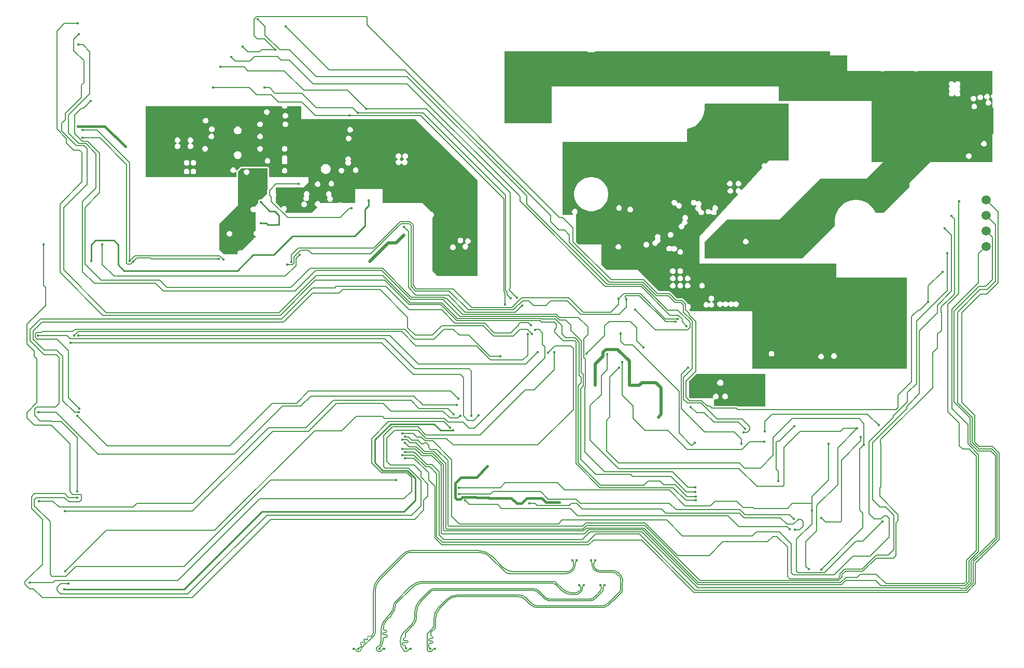
<source format=gbr>
G04*
G04 #@! TF.GenerationSoftware,Altium Limited,Altium Designer,23.7.1 (13)*
G04*
G04 Layer_Physical_Order=4*
G04 Layer_Color=6736896*
%FSLAX25Y25*%
%MOIN*%
G70*
G04*
G04 #@! TF.SameCoordinates,AF00DCEB-AC48-4C7C-91EA-99F42E284231*
G04*
G04*
G04 #@! TF.FilePolarity,Positive*
G04*
G01*
G75*
%ADD11C,0.02000*%
%ADD16C,0.00500*%
%ADD17C,0.01500*%
%ADD18C,0.01000*%
%ADD25C,0.00800*%
%ADD249C,0.05906*%
%ADD250C,0.01600*%
%ADD252C,0.00500*%
G36*
X519291Y-5118D02*
X530315D01*
Y-15354D01*
X551504D01*
X552078Y-15469D01*
X553341D01*
X553915Y-15354D01*
X573204D01*
X573778Y-15469D01*
X575041D01*
X575615Y-15354D01*
X623622D01*
Y-29874D01*
X623390Y-29970D01*
X622884Y-30476D01*
X622610Y-31138D01*
Y-31854D01*
X622884Y-32516D01*
X623390Y-33022D01*
X623622Y-33118D01*
Y-38976D01*
X624016D01*
Y-55512D01*
X623622Y-55905D01*
Y-74067D01*
X583413D01*
X570079Y-87402D01*
Y-90158D01*
X553543Y-106693D01*
X548501D01*
X547626Y-104974D01*
X546349Y-103218D01*
X544814Y-101682D01*
X543057Y-100406D01*
X541122Y-99420D01*
X539057Y-98749D01*
X536912Y-98409D01*
X534741D01*
X532596Y-98749D01*
X530531Y-99420D01*
X528596Y-100406D01*
X526840Y-101682D01*
X525304Y-103218D01*
X524028Y-104974D01*
X523042Y-106909D01*
X522371Y-108974D01*
X522031Y-111119D01*
Y-113290D01*
X522316Y-115086D01*
X501378Y-136024D01*
X438378D01*
Y-125402D01*
X446457Y-117323D01*
X452732Y-111047D01*
X486590D01*
X512992Y-84646D01*
X542520D01*
X553098Y-74067D01*
X545778D01*
Y-42764D01*
X545894Y-42484D01*
Y-41768D01*
X545778Y-41488D01*
Y-34646D01*
X486221D01*
Y-25281D01*
X426520D01*
X425889Y-25181D01*
X423717D01*
X423086Y-25281D01*
X355752D01*
X355121Y-25181D01*
X352950D01*
X352318Y-25281D01*
X340158D01*
Y-48819D01*
X309842D01*
Y-2756D01*
X362489D01*
X363005Y-2924D01*
X364715Y-3195D01*
X366446D01*
X368157Y-2924D01*
X368673Y-2756D01*
X519291D01*
Y-5118D01*
D02*
G37*
G36*
X179134Y-46260D02*
X252234D01*
X292520Y-85725D01*
Y-147244D01*
X266535D01*
X263386Y-144095D01*
Y-109487D01*
X263743Y-109339D01*
X264250Y-108832D01*
X264524Y-108171D01*
Y-107455D01*
X264250Y-106793D01*
X263743Y-106287D01*
X263082Y-106013D01*
X262706D01*
X257087Y-100394D01*
X231550D01*
Y-91339D01*
X213779D01*
Y-100394D01*
X205695D01*
X205350Y-100049D01*
X204689Y-99775D01*
X203973D01*
X203311Y-100049D01*
X202966Y-100394D01*
X192126D01*
X192026Y-100494D01*
X191511Y-100302D01*
X191290Y-99768D01*
X190783Y-99261D01*
X190122Y-98987D01*
X189406D01*
X188744Y-99261D01*
X188238Y-99768D01*
X187964Y-100429D01*
Y-101145D01*
X188238Y-101807D01*
X188744Y-102313D01*
X189278Y-102534D01*
X189470Y-103049D01*
X185827Y-106693D01*
X169314D01*
X168773Y-106152D01*
X168891Y-105562D01*
X169130Y-105463D01*
X169636Y-104957D01*
X169910Y-104295D01*
Y-103579D01*
X169636Y-102917D01*
X169130Y-102411D01*
X168468Y-102137D01*
X167752D01*
X167091Y-102411D01*
X166584Y-102917D01*
X166485Y-103157D01*
X165895Y-103274D01*
X162716Y-100095D01*
Y-96522D01*
X162943Y-96295D01*
X163217Y-95634D01*
Y-94918D01*
X162943Y-94256D01*
X162716Y-94029D01*
Y-90194D01*
X162754Y-90158D01*
X180709D01*
X181485Y-89381D01*
X181630Y-89321D01*
X182136Y-88815D01*
X182196Y-88670D01*
X183858Y-87008D01*
Y-83465D01*
X158500D01*
Y-77953D01*
X158422Y-77563D01*
X158201Y-77232D01*
X157870Y-77011D01*
X157480Y-76933D01*
X140551D01*
X140161Y-77011D01*
X139830Y-77232D01*
X137862Y-79200D01*
X137733Y-79393D01*
X137233Y-79241D01*
Y-78776D01*
X136959Y-78114D01*
X136453Y-77608D01*
X135791Y-77334D01*
X135075D01*
X134413Y-77608D01*
X133907Y-78114D01*
X133633Y-78776D01*
Y-79492D01*
X133907Y-80154D01*
X134413Y-80660D01*
X135075Y-80934D01*
X135791D01*
X136453Y-80660D01*
X136959Y-80154D01*
X137080Y-79861D01*
X137563Y-79921D01*
Y-83465D01*
X79134D01*
Y-54331D01*
Y-37795D01*
X117209D01*
X117752Y-38021D01*
X118468D01*
X119012Y-37795D01*
X166704D01*
Y-38153D01*
X166978Y-38815D01*
X167484Y-39321D01*
X168146Y-39595D01*
X168862D01*
X169524Y-39321D01*
X170030Y-38815D01*
X170304Y-38153D01*
Y-37795D01*
X179134D01*
Y-46260D01*
D02*
G37*
G36*
X492520Y-72835D02*
X479921D01*
X478083Y-74850D01*
X477988Y-74852D01*
X477326Y-74578D01*
X476611D01*
X475949Y-74852D01*
X475443Y-75358D01*
X475169Y-76020D01*
Y-76736D01*
X475443Y-77398D01*
X475607Y-77562D01*
X462487Y-91943D01*
X461903Y-91841D01*
X461762Y-91500D01*
X461256Y-90994D01*
X460594Y-90720D01*
X459878D01*
X459217Y-90994D01*
X458710Y-91500D01*
X458436Y-92162D01*
Y-92878D01*
X458710Y-93539D01*
X459217Y-94046D01*
X459706Y-94248D01*
X459897Y-94782D01*
X435039Y-122025D01*
Y-139370D01*
X523228D01*
Y-148425D01*
X568504D01*
Y-207087D01*
X469291D01*
Y-170079D01*
X429339D01*
X428461Y-169200D01*
X428578Y-168610D01*
X428863Y-168492D01*
X429369Y-167986D01*
X429643Y-167324D01*
Y-166608D01*
X429369Y-165947D01*
X428863Y-165440D01*
X428201Y-165166D01*
X427502D01*
X427422Y-164764D01*
X427112Y-164301D01*
X427112Y-164301D01*
X424676Y-161864D01*
X424213Y-161555D01*
X423666Y-161446D01*
X423666Y-161446D01*
X420706D01*
X416726Y-157466D01*
X416263Y-157156D01*
X415717Y-157048D01*
X415717Y-157048D01*
X409094D01*
X406609Y-154563D01*
X395353Y-143307D01*
X375577Y-143307D01*
X372047Y-139777D01*
Y-126772D01*
X357530D01*
X355906Y-125147D01*
Y-108004D01*
X355906Y-107874D01*
X356013Y-107419D01*
X356054Y-107402D01*
X356561Y-106895D01*
X356835Y-106234D01*
Y-105518D01*
X356561Y-104856D01*
X356054Y-104350D01*
X355393Y-104076D01*
X354677D01*
X354015Y-104350D01*
X353509Y-104856D01*
X353235Y-105518D01*
Y-106234D01*
X353509Y-106895D01*
X353988Y-107374D01*
X353977Y-107510D01*
X353849Y-107874D01*
X347244D01*
Y-61024D01*
X427003D01*
Y-52595D01*
X428034Y-52432D01*
X430099Y-51761D01*
X432033Y-50775D01*
X433790Y-49499D01*
X435326Y-47963D01*
X436602Y-46207D01*
X437588Y-44272D01*
X438259Y-42207D01*
X438598Y-40062D01*
Y-37891D01*
X438394Y-36601D01*
X438719Y-36220D01*
X492520D01*
Y-72835D01*
D02*
G37*
G36*
X157480Y-91368D02*
X157343Y-91574D01*
X157234Y-92120D01*
X157234Y-92120D01*
Y-94356D01*
X153643Y-97947D01*
X153508Y-97891D01*
X152792D01*
X152130Y-98165D01*
X151624Y-98671D01*
X151350Y-99333D01*
Y-100049D01*
X151406Y-100184D01*
X149803Y-101786D01*
Y-102515D01*
X149303Y-102751D01*
X148783Y-102536D01*
X148067D01*
X147406Y-102810D01*
X146899Y-103316D01*
X146625Y-103978D01*
Y-104694D01*
X146899Y-105355D01*
X147406Y-105862D01*
X148067Y-106136D01*
X148783D01*
X149303Y-105920D01*
X149803Y-106157D01*
Y-118112D01*
X149213Y-118356D01*
X148707Y-118862D01*
X148433Y-119524D01*
Y-120240D01*
X148707Y-120902D01*
X149213Y-121408D01*
X149666Y-121596D01*
X149728Y-122114D01*
X149337Y-122505D01*
X148915Y-122680D01*
X148409Y-123186D01*
X148234Y-123608D01*
X141014Y-130828D01*
X140428Y-130585D01*
X139712D01*
X139050Y-130859D01*
X138544Y-131366D01*
X138270Y-132027D01*
Y-132743D01*
X138342Y-132919D01*
X138008Y-133419D01*
X129340D01*
X126378Y-130456D01*
Y-113764D01*
X138583Y-101559D01*
Y-79921D01*
X140551Y-77953D01*
X157480D01*
Y-91368D01*
D02*
G37*
G36*
X477559Y-231102D02*
X459414D01*
X459208Y-230965D01*
X458661Y-230856D01*
X458661Y-230856D01*
X444488D01*
Y-226804D01*
X444988Y-226510D01*
X445410Y-226684D01*
X446126D01*
X446788Y-226411D01*
X447294Y-225904D01*
X447568Y-225243D01*
Y-224527D01*
X447294Y-223865D01*
X446788Y-223359D01*
X446126Y-223084D01*
X445410D01*
X444748Y-223359D01*
X444242Y-223865D01*
X443968Y-224527D01*
Y-225243D01*
X444068Y-225484D01*
X443734Y-225984D01*
X429184D01*
X428346Y-225147D01*
Y-215011D01*
X433121Y-210236D01*
X477559D01*
Y-231102D01*
D02*
G37*
%LPC*%
G36*
X601539Y-21822D02*
X600823D01*
X600162Y-22096D01*
X599655Y-22602D01*
X599483Y-23018D01*
X598942D01*
X598770Y-22602D01*
X598264Y-22096D01*
X597602Y-21822D01*
X596886D01*
X596224Y-22096D01*
X595718Y-22602D01*
X595444Y-23264D01*
Y-23980D01*
X595718Y-24642D01*
X595947Y-24870D01*
X596188Y-25197D01*
X595947Y-25523D01*
X595718Y-25752D01*
X595444Y-26414D01*
Y-27130D01*
X595718Y-27791D01*
X595947Y-28020D01*
X596188Y-28346D01*
X595947Y-28673D01*
X595718Y-28902D01*
X595444Y-29563D01*
Y-30279D01*
X595718Y-30941D01*
X596224Y-31447D01*
X596886Y-31721D01*
X597602D01*
X598264Y-31447D01*
X598770Y-30941D01*
X598942Y-30526D01*
X599483D01*
X599655Y-30941D01*
X600162Y-31447D01*
X600823Y-31721D01*
X601539D01*
X602201Y-31447D01*
X602707Y-30941D01*
X602981Y-30279D01*
Y-29563D01*
X602707Y-28902D01*
X602479Y-28673D01*
X602237Y-28346D01*
X602479Y-28020D01*
X602707Y-27791D01*
X602981Y-27130D01*
Y-26414D01*
X602707Y-25752D01*
X602479Y-25523D01*
X602237Y-25197D01*
X602479Y-24870D01*
X602707Y-24642D01*
X602981Y-23980D01*
Y-23264D01*
X602707Y-22602D01*
X602201Y-22096D01*
X601539Y-21822D01*
D02*
G37*
G36*
X616106Y-30483D02*
X615390D01*
X614728Y-30757D01*
X614222Y-31264D01*
X613948Y-31925D01*
Y-32642D01*
X614222Y-33303D01*
X614728Y-33809D01*
X615390Y-34084D01*
X616106D01*
X616768Y-33809D01*
X617274Y-33303D01*
X617548Y-32642D01*
Y-31925D01*
X617274Y-31264D01*
X616768Y-30757D01*
X616106Y-30483D01*
D02*
G37*
G36*
X611775Y-31271D02*
X611059D01*
X610398Y-31545D01*
X609891Y-32051D01*
X609617Y-32713D01*
Y-33429D01*
X609891Y-34091D01*
X610398Y-34597D01*
X611059Y-34871D01*
X611775D01*
X612437Y-34597D01*
X612943Y-34091D01*
X613217Y-33429D01*
Y-32713D01*
X612943Y-32051D01*
X612437Y-31545D01*
X611775Y-31271D01*
D02*
G37*
G36*
X620437Y-30090D02*
X619721D01*
X619059Y-30364D01*
X618553Y-30870D01*
X618279Y-31532D01*
Y-32248D01*
X618553Y-32909D01*
X619059Y-33416D01*
X619721Y-33690D01*
X620015D01*
X620115Y-34190D01*
X619846Y-34301D01*
X619340Y-34807D01*
X619066Y-35469D01*
Y-36185D01*
X619340Y-36846D01*
X619846Y-37353D01*
X620508Y-37627D01*
X621224D01*
X621886Y-37353D01*
X622392Y-36846D01*
X622666Y-36185D01*
Y-35469D01*
X622392Y-34807D01*
X621886Y-34301D01*
X621224Y-34027D01*
X620930D01*
X620830Y-33527D01*
X621098Y-33416D01*
X621605Y-32909D01*
X621879Y-32248D01*
Y-31532D01*
X621605Y-30870D01*
X621098Y-30364D01*
X620437Y-30090D01*
D02*
G37*
G36*
X612169Y-36389D02*
X611453D01*
X610791Y-36663D01*
X610285Y-37169D01*
X610011Y-37831D01*
Y-38547D01*
X610285Y-39209D01*
X610791Y-39715D01*
X611453Y-39989D01*
X612169D01*
X612831Y-39715D01*
X613337Y-39209D01*
X613433Y-38976D01*
X613611Y-38547D01*
Y-37831D01*
X613337Y-37169D01*
X612831Y-36663D01*
X612169Y-36389D01*
D02*
G37*
G36*
X618468Y-60405D02*
X617752D01*
X617091Y-60679D01*
X616584Y-61185D01*
X616310Y-61847D01*
Y-62563D01*
X616584Y-63224D01*
X617091Y-63731D01*
X617752Y-64005D01*
X618468D01*
X619130Y-63731D01*
X619636Y-63224D01*
X619910Y-62563D01*
Y-61847D01*
X619636Y-61185D01*
X619130Y-60679D01*
X618468Y-60405D01*
D02*
G37*
G36*
X608764Y-68279D02*
X608047D01*
X607386Y-68553D01*
X606880Y-69059D01*
X606605Y-69721D01*
Y-70437D01*
X606880Y-71098D01*
X607386Y-71605D01*
X608047Y-71879D01*
X608764D01*
X609425Y-71605D01*
X609932Y-71098D01*
X610206Y-70437D01*
Y-69721D01*
X609932Y-69059D01*
X609425Y-68553D01*
X608764Y-68279D01*
D02*
G37*
G36*
X465319Y-123397D02*
X464603D01*
X463941Y-123671D01*
X463435Y-124177D01*
X463161Y-124839D01*
Y-125555D01*
X463435Y-126216D01*
X463941Y-126723D01*
X464603Y-126997D01*
X465319D01*
X465980Y-126723D01*
X466487Y-126216D01*
X466761Y-125555D01*
Y-124839D01*
X466487Y-124177D01*
X465980Y-123671D01*
X465319Y-123397D01*
D02*
G37*
G36*
X157445Y-39932D02*
X156729D01*
X156067Y-40206D01*
X155561Y-40713D01*
X155287Y-41374D01*
Y-42090D01*
X155561Y-42752D01*
X156067Y-43258D01*
X156729Y-43532D01*
X157445D01*
X158106Y-43258D01*
X158613Y-42752D01*
X158887Y-42090D01*
Y-41374D01*
X158613Y-40713D01*
X158106Y-40206D01*
X157445Y-39932D01*
D02*
G37*
G36*
X169256Y-42294D02*
X168540D01*
X167878Y-42568D01*
X167372Y-43075D01*
X167098Y-43736D01*
Y-44453D01*
X167372Y-45114D01*
X167878Y-45620D01*
X168540Y-45895D01*
X169256D01*
X169917Y-45620D01*
X170424Y-45114D01*
X170698Y-44453D01*
Y-43736D01*
X170424Y-43075D01*
X169917Y-42568D01*
X169256Y-42294D01*
D02*
G37*
G36*
X118075Y-45493D02*
X117359D01*
X116697Y-45767D01*
X116191Y-46273D01*
X115917Y-46935D01*
Y-47651D01*
X116191Y-48313D01*
X116697Y-48819D01*
X117359Y-49093D01*
X118075D01*
X118736Y-48819D01*
X119243Y-48313D01*
X119517Y-47651D01*
Y-46935D01*
X119243Y-46273D01*
X118736Y-45767D01*
X118075Y-45493D01*
D02*
G37*
G36*
X169256Y-47806D02*
X168540D01*
X167878Y-48080D01*
X167372Y-48587D01*
X167098Y-49248D01*
Y-49964D01*
X167372Y-50626D01*
X167878Y-51132D01*
X168540Y-51406D01*
X169256D01*
X169917Y-51132D01*
X170424Y-50626D01*
X170698Y-49964D01*
Y-49248D01*
X170424Y-48587D01*
X169917Y-48080D01*
X169256Y-47806D01*
D02*
G37*
G36*
X153114D02*
X152398D01*
X151736Y-48080D01*
X151230Y-48587D01*
X150956Y-49248D01*
Y-49964D01*
X151230Y-50626D01*
X151736Y-51132D01*
X152398Y-51406D01*
X153114D01*
X153776Y-51132D01*
X154282Y-50626D01*
X154556Y-49964D01*
Y-49248D01*
X154282Y-48587D01*
X153776Y-48080D01*
X153114Y-47806D01*
D02*
G37*
G36*
X122012Y-50956D02*
X121295D01*
X120634Y-51230D01*
X120128Y-51736D01*
X119853Y-52398D01*
Y-53114D01*
X120128Y-53776D01*
X120634Y-54282D01*
X121295Y-54556D01*
X122012D01*
X122673Y-54282D01*
X123179Y-53776D01*
X123453Y-53114D01*
Y-52398D01*
X123179Y-51736D01*
X122673Y-51230D01*
X122012Y-50956D01*
D02*
G37*
G36*
X210988Y-51350D02*
X210272D01*
X209610Y-51624D01*
X209104Y-52130D01*
X208830Y-52792D01*
Y-53508D01*
X209104Y-54169D01*
X209610Y-54676D01*
X210272Y-54950D01*
X210988D01*
X211649Y-54676D01*
X212156Y-54169D01*
X212430Y-53508D01*
Y-52792D01*
X212156Y-52130D01*
X211649Y-51624D01*
X210988Y-51350D01*
D02*
G37*
G36*
X138794Y-51096D02*
X137801D01*
X136883Y-51476D01*
X136181Y-52178D01*
X135801Y-53096D01*
Y-54089D01*
X136181Y-55006D01*
X136883Y-55708D01*
X137801Y-56088D01*
X138794D01*
X139711Y-55708D01*
X140413Y-55006D01*
X140793Y-54089D01*
Y-53096D01*
X140413Y-52178D01*
X139711Y-51476D01*
X138794Y-51096D01*
D02*
G37*
G36*
X153114Y-55680D02*
X152398D01*
X151736Y-55954D01*
X151230Y-56461D01*
X150956Y-57122D01*
Y-57838D01*
X151230Y-58500D01*
X151736Y-59006D01*
X152398Y-59280D01*
X153114D01*
X153776Y-59006D01*
X154282Y-58500D01*
X154556Y-57838D01*
Y-57122D01*
X154282Y-56461D01*
X153776Y-55954D01*
X153114Y-55680D01*
D02*
G37*
G36*
X121815Y-55729D02*
X121099D01*
X120437Y-56003D01*
X119931Y-56510D01*
X119657Y-57171D01*
Y-57887D01*
X119931Y-58549D01*
X120437Y-59055D01*
X121099Y-59329D01*
X121815D01*
X122476Y-59055D01*
X122983Y-58549D01*
X123257Y-57887D01*
Y-57171D01*
X122983Y-56510D01*
X122476Y-56003D01*
X121815Y-55729D01*
D02*
G37*
G36*
X209899Y-56889D02*
X209183D01*
X208522Y-57163D01*
X208015Y-57670D01*
X207741Y-58331D01*
Y-59047D01*
X208015Y-59709D01*
X208522Y-60215D01*
X209183Y-60489D01*
X209899D01*
X210561Y-60215D01*
X211067Y-59709D01*
X211341Y-59047D01*
Y-58331D01*
X211067Y-57670D01*
X210561Y-57163D01*
X209899Y-56889D01*
D02*
G37*
G36*
X108232Y-58043D02*
X107516D01*
X106854Y-58317D01*
X106348Y-58823D01*
X106074Y-59484D01*
Y-60201D01*
X106348Y-60862D01*
X106854Y-61369D01*
X107270Y-61540D01*
Y-62082D01*
X106854Y-62254D01*
X106348Y-62760D01*
X106074Y-63421D01*
Y-64138D01*
X106348Y-64799D01*
X106854Y-65306D01*
X107516Y-65579D01*
X108232D01*
X108894Y-65306D01*
X109400Y-64799D01*
X109674Y-64138D01*
Y-63421D01*
X109400Y-62760D01*
X108894Y-62254D01*
X108478Y-62082D01*
Y-61540D01*
X108894Y-61369D01*
X109400Y-60862D01*
X109674Y-60201D01*
Y-59484D01*
X109400Y-58823D01*
X108894Y-58317D01*
X108232Y-58043D01*
D02*
G37*
G36*
X99964D02*
X99248D01*
X98587Y-58317D01*
X98080Y-58823D01*
X97806Y-59484D01*
Y-60201D01*
X98080Y-60862D01*
X98587Y-61369D01*
X99002Y-61540D01*
Y-62082D01*
X98587Y-62254D01*
X98080Y-62760D01*
X97806Y-63421D01*
Y-64138D01*
X98080Y-64799D01*
X98587Y-65306D01*
X99248Y-65579D01*
X99964D01*
X100626Y-65306D01*
X101132Y-64799D01*
X101406Y-64138D01*
Y-63421D01*
X101132Y-62760D01*
X100626Y-62254D01*
X100211Y-62082D01*
Y-61540D01*
X100626Y-61369D01*
X101132Y-60862D01*
X101406Y-60201D01*
Y-59484D01*
X101132Y-58823D01*
X100626Y-58317D01*
X99964Y-58043D01*
D02*
G37*
G36*
X168862Y-63554D02*
X168146D01*
X167484Y-63828D01*
X166978Y-64335D01*
X166704Y-64996D01*
Y-65712D01*
X166978Y-66374D01*
X167484Y-66880D01*
X168146Y-67154D01*
X168862D01*
X169524Y-66880D01*
X170030Y-66374D01*
X170304Y-65712D01*
Y-64996D01*
X170030Y-64335D01*
X169524Y-63828D01*
X168862Y-63554D01*
D02*
G37*
G36*
X153114D02*
X152398D01*
X151736Y-63828D01*
X151230Y-64335D01*
X150956Y-64996D01*
Y-65712D01*
X151230Y-66374D01*
X151736Y-66880D01*
X152398Y-67154D01*
X153114D01*
X153776Y-66880D01*
X154282Y-66374D01*
X154556Y-65712D01*
Y-64996D01*
X154282Y-64335D01*
X153776Y-63828D01*
X153114Y-63554D01*
D02*
G37*
G36*
X117681D02*
X116965D01*
X116303Y-63828D01*
X115797Y-64335D01*
X115523Y-64996D01*
Y-65712D01*
X115797Y-66374D01*
X116303Y-66880D01*
X116965Y-67154D01*
X117681D01*
X118342Y-66880D01*
X118849Y-66374D01*
X119123Y-65712D01*
Y-64996D01*
X118849Y-64335D01*
X118342Y-63828D01*
X117681Y-63554D01*
D02*
G37*
G36*
X138794Y-66844D02*
X137801D01*
X136883Y-67224D01*
X136181Y-67926D01*
X135801Y-68844D01*
Y-69837D01*
X136181Y-70754D01*
X136883Y-71456D01*
X137801Y-71836D01*
X138794D01*
X139711Y-71456D01*
X140413Y-70754D01*
X140793Y-69837D01*
Y-68844D01*
X140413Y-67926D01*
X139711Y-67224D01*
X138794Y-66844D01*
D02*
G37*
G36*
X246421Y-68279D02*
X245705D01*
X245043Y-68553D01*
X244537Y-69059D01*
X244263Y-69721D01*
Y-70437D01*
X244537Y-71098D01*
X245043Y-71605D01*
X245311Y-71716D01*
X245311Y-72067D01*
X245262Y-72236D01*
X244650Y-72490D01*
X244143Y-72996D01*
X243971Y-73411D01*
X243430D01*
X243258Y-72996D01*
X242752Y-72490D01*
X242337Y-72318D01*
Y-71777D01*
X242752Y-71605D01*
X243258Y-71098D01*
X243532Y-70437D01*
Y-69721D01*
X243258Y-69059D01*
X242752Y-68553D01*
X242090Y-68279D01*
X241374D01*
X240713Y-68553D01*
X240206Y-69059D01*
X239932Y-69721D01*
Y-70437D01*
X240206Y-71098D01*
X240713Y-71605D01*
X241128Y-71777D01*
Y-72318D01*
X240713Y-72490D01*
X240206Y-72996D01*
X239932Y-73658D01*
Y-74374D01*
X240206Y-75035D01*
X240713Y-75542D01*
X241374Y-75816D01*
X242090D01*
X242752Y-75542D01*
X243258Y-75035D01*
X243430Y-74620D01*
X243971D01*
X244143Y-75035D01*
X244650Y-75542D01*
X245311Y-75816D01*
X246027D01*
X246689Y-75542D01*
X247195Y-75035D01*
X247469Y-74374D01*
Y-73658D01*
X247195Y-72996D01*
X246689Y-72490D01*
X246421Y-72379D01*
X246421Y-72027D01*
X246471Y-71858D01*
X247083Y-71605D01*
X247589Y-71098D01*
X247863Y-70437D01*
Y-69721D01*
X247589Y-69059D01*
X247083Y-68553D01*
X246421Y-68279D01*
D02*
G37*
G36*
X157838Y-71428D02*
X157122D01*
X156461Y-71702D01*
X155954Y-72209D01*
X155680Y-72870D01*
Y-73586D01*
X155954Y-74248D01*
X156461Y-74754D01*
X157122Y-75028D01*
X157838D01*
X158500Y-74754D01*
X159006Y-74248D01*
X159280Y-73586D01*
Y-72870D01*
X159006Y-72209D01*
X158500Y-71702D01*
X157838Y-71428D01*
D02*
G37*
G36*
X168862Y-69460D02*
X168146D01*
X167484Y-69734D01*
X166978Y-70240D01*
X166704Y-70902D01*
Y-71618D01*
X166978Y-72280D01*
X167139Y-72441D01*
X166978Y-72602D01*
X166704Y-73264D01*
Y-73980D01*
X166978Y-74642D01*
X167484Y-75148D01*
X168146Y-75422D01*
X168862D01*
X169524Y-75148D01*
X170030Y-74642D01*
X170304Y-73980D01*
Y-73264D01*
X170030Y-72602D01*
X169868Y-72441D01*
X170030Y-72280D01*
X170304Y-71618D01*
Y-70902D01*
X170030Y-70240D01*
X169524Y-69734D01*
X168862Y-69460D01*
D02*
G37*
G36*
X209807Y-70247D02*
X209091D01*
X208429Y-70521D01*
X207923Y-71028D01*
X207649Y-71689D01*
Y-72405D01*
X207923Y-73067D01*
X208084Y-73228D01*
X207923Y-73390D01*
X207649Y-74051D01*
Y-74768D01*
X207923Y-75429D01*
X208429Y-75935D01*
X209091Y-76209D01*
X209807D01*
X210468Y-75935D01*
X210975Y-75429D01*
X211249Y-74768D01*
Y-74051D01*
X210975Y-73390D01*
X210813Y-73228D01*
X210975Y-73067D01*
X211249Y-72405D01*
Y-71689D01*
X210975Y-71028D01*
X210468Y-70521D01*
X209807Y-70247D01*
D02*
G37*
G36*
X110201Y-72610D02*
X109485D01*
X108823Y-72883D01*
X108317Y-73390D01*
X108043Y-74051D01*
Y-74768D01*
X108317Y-75429D01*
X108823Y-75935D01*
X109485Y-76209D01*
X110201D01*
X110862Y-75935D01*
X111369Y-75429D01*
X111643Y-74768D01*
Y-74051D01*
X111369Y-73390D01*
X110862Y-72883D01*
X110201Y-72610D01*
D02*
G37*
G36*
X105870D02*
X105154D01*
X104492Y-72883D01*
X103986Y-73390D01*
X103712Y-74051D01*
Y-74768D01*
X103986Y-75429D01*
X104492Y-75935D01*
X105154Y-76209D01*
X105870D01*
X106531Y-75935D01*
X107038Y-75429D01*
X107312Y-74768D01*
Y-74051D01*
X107038Y-73390D01*
X106531Y-72883D01*
X105870Y-72610D01*
D02*
G37*
G36*
X214531Y-77334D02*
X213815D01*
X213154Y-77608D01*
X212647Y-78114D01*
X212373Y-78776D01*
Y-79492D01*
X212647Y-80154D01*
X213154Y-80660D01*
X213815Y-80934D01*
X214531D01*
X215193Y-80660D01*
X215699Y-80154D01*
X215973Y-79492D01*
Y-78776D01*
X215699Y-78114D01*
X215193Y-77608D01*
X214531Y-77334D01*
D02*
G37*
G36*
X205476Y-77580D02*
X204760D01*
X204099Y-77854D01*
X203592Y-78360D01*
X203318Y-79022D01*
Y-79738D01*
X203592Y-80400D01*
X204099Y-80906D01*
X204760Y-81180D01*
X205476D01*
X206138Y-80906D01*
X206644Y-80400D01*
X206918Y-79738D01*
Y-79022D01*
X206644Y-78360D01*
X206138Y-77854D01*
X205476Y-77580D01*
D02*
G37*
G36*
X168862Y-77728D02*
X168146D01*
X167484Y-78002D01*
X166978Y-78508D01*
X166704Y-79169D01*
Y-79886D01*
X166978Y-80547D01*
X167484Y-81054D01*
X168146Y-81328D01*
X168862D01*
X169524Y-81054D01*
X170030Y-80547D01*
X170304Y-79886D01*
Y-79169D01*
X170030Y-78508D01*
X169524Y-78002D01*
X168862Y-77728D01*
D02*
G37*
G36*
X195299Y-75181D02*
X194465D01*
X193660Y-75397D01*
X192938Y-75814D01*
X192349Y-76403D01*
X191932Y-77125D01*
X191717Y-77930D01*
Y-78763D01*
X191932Y-79568D01*
X192349Y-80290D01*
X192938Y-80879D01*
X193660Y-81296D01*
X194465Y-81512D01*
X195299D01*
X196104Y-81296D01*
X196826Y-80879D01*
X197415Y-80290D01*
X197831Y-79568D01*
X198047Y-78763D01*
Y-77930D01*
X197831Y-77125D01*
X197415Y-76403D01*
X196826Y-75814D01*
X196104Y-75397D01*
X195299Y-75181D01*
D02*
G37*
G36*
X110201Y-78121D02*
X109485D01*
X108823Y-78395D01*
X108317Y-78902D01*
X108043Y-79563D01*
Y-80279D01*
X108317Y-80941D01*
X108823Y-81447D01*
X109485Y-81721D01*
X110201D01*
X110862Y-81447D01*
X111369Y-80941D01*
X111643Y-80279D01*
Y-79563D01*
X111369Y-78902D01*
X110862Y-78395D01*
X110201Y-78121D01*
D02*
G37*
G36*
X105870D02*
X105154D01*
X104492Y-78395D01*
X103986Y-78902D01*
X103712Y-79563D01*
Y-80279D01*
X103986Y-80941D01*
X104492Y-81447D01*
X105154Y-81721D01*
X105870D01*
X106531Y-81447D01*
X107038Y-80941D01*
X107312Y-80279D01*
Y-79563D01*
X107038Y-78902D01*
X106531Y-78395D01*
X105870Y-78121D01*
D02*
G37*
G36*
X198882Y-85995D02*
X198166D01*
X197504Y-86269D01*
X196998Y-86776D01*
X196724Y-87437D01*
Y-88153D01*
X196998Y-88815D01*
X197504Y-89321D01*
X198166Y-89595D01*
X198882D01*
X199543Y-89321D01*
X200050Y-88815D01*
X200324Y-88153D01*
Y-87437D01*
X200050Y-86776D01*
X199543Y-86269D01*
X198882Y-85995D01*
D02*
G37*
G36*
X190122Y-86389D02*
X189406D01*
X188744Y-86663D01*
X188238Y-87169D01*
X187964Y-87831D01*
Y-88547D01*
X188238Y-89209D01*
X188744Y-89715D01*
X189406Y-89989D01*
X190122D01*
X190783Y-89715D01*
X191290Y-89209D01*
X191564Y-88547D01*
Y-87831D01*
X191290Y-87169D01*
X190783Y-86663D01*
X190122Y-86389D01*
D02*
G37*
G36*
X183035Y-92688D02*
X182319D01*
X181658Y-92962D01*
X181151Y-93469D01*
X180877Y-94130D01*
Y-94846D01*
X181151Y-95508D01*
X181177Y-95533D01*
X181264Y-95718D01*
X180757Y-96224D01*
X180483Y-96886D01*
Y-97602D01*
X180757Y-98264D01*
X181264Y-98770D01*
X181925Y-99044D01*
X182641D01*
X183303Y-98770D01*
X183809Y-98264D01*
X184083Y-97602D01*
Y-96886D01*
X183809Y-96224D01*
X183784Y-96199D01*
X183697Y-96014D01*
X184203Y-95508D01*
X184477Y-94846D01*
Y-94130D01*
X184203Y-93469D01*
X183697Y-92962D01*
X183035Y-92688D01*
D02*
G37*
G36*
X197208D02*
X196492D01*
X195831Y-92962D01*
X195324Y-93469D01*
X195050Y-94130D01*
Y-94846D01*
X195324Y-95508D01*
X195831Y-96014D01*
X196041Y-96101D01*
X196120Y-96497D01*
X196093Y-96664D01*
X195838Y-97280D01*
Y-97996D01*
X196112Y-98657D01*
X196618Y-99164D01*
X197280Y-99438D01*
X197996D01*
X198657Y-99164D01*
X199164Y-98657D01*
X199438Y-97996D01*
Y-97280D01*
X199164Y-96618D01*
X198657Y-96112D01*
X198447Y-96025D01*
X198369Y-95629D01*
X198395Y-95462D01*
X198650Y-94846D01*
Y-94130D01*
X198376Y-93469D01*
X197870Y-92962D01*
X197208Y-92688D01*
D02*
G37*
G36*
X181362Y-99381D02*
X180646D01*
X179984Y-99655D01*
X179478Y-100162D01*
X179204Y-100823D01*
Y-101539D01*
X179478Y-102201D01*
X179984Y-102707D01*
X180646Y-102981D01*
X181362D01*
X182024Y-102707D01*
X182530Y-102201D01*
X182804Y-101539D01*
Y-100823D01*
X182530Y-100162D01*
X182024Y-99655D01*
X181362Y-99381D01*
D02*
G37*
G36*
X281854Y-122609D02*
X281138D01*
X280476Y-122883D01*
X279970Y-123390D01*
X279696Y-124051D01*
Y-124767D01*
X279970Y-125429D01*
X280476Y-125935D01*
X281138Y-126209D01*
X281854D01*
X282516Y-125935D01*
X283022Y-125429D01*
X283296Y-124767D01*
Y-124051D01*
X283022Y-123390D01*
X282516Y-122883D01*
X281854Y-122609D01*
D02*
G37*
G36*
X286578Y-123003D02*
X285862D01*
X285201Y-123277D01*
X284695Y-123784D01*
X284420Y-124445D01*
Y-125161D01*
X284695Y-125823D01*
X284918Y-126047D01*
X284711Y-126547D01*
X284288D01*
X283626Y-126821D01*
X283120Y-127327D01*
X282846Y-127988D01*
Y-128705D01*
X283120Y-129366D01*
X283626Y-129872D01*
X284288Y-130147D01*
X285004D01*
X285665Y-129872D01*
X286172Y-129366D01*
X286446Y-128705D01*
Y-127988D01*
X286172Y-127327D01*
X285948Y-127103D01*
X286155Y-126603D01*
X286578D01*
X287240Y-126329D01*
X287746Y-125823D01*
X288020Y-125161D01*
Y-124445D01*
X287746Y-123784D01*
X287240Y-123277D01*
X286578Y-123003D01*
D02*
G37*
G36*
X277008Y-127010D02*
X276292D01*
X275630Y-127284D01*
X275124Y-127791D01*
X274850Y-128452D01*
Y-129168D01*
X275124Y-129830D01*
X275630Y-130336D01*
X276292Y-130610D01*
X277008D01*
X277670Y-130336D01*
X278176Y-129830D01*
X278450Y-129168D01*
Y-128452D01*
X278176Y-127791D01*
X277670Y-127284D01*
X277008Y-127010D01*
D02*
G37*
G36*
X460594Y-85995D02*
X459878D01*
X459217Y-86269D01*
X458710Y-86776D01*
X458436Y-87437D01*
Y-88153D01*
X458710Y-88815D01*
X459217Y-89321D01*
X459878Y-89595D01*
X460594D01*
X461256Y-89321D01*
X461762Y-88815D01*
X462036Y-88153D01*
Y-87437D01*
X461762Y-86776D01*
X461256Y-86269D01*
X460594Y-85995D01*
D02*
G37*
G36*
X455082D02*
X454366D01*
X453705Y-86269D01*
X453198Y-86776D01*
X452924Y-87437D01*
Y-88153D01*
X453198Y-88815D01*
X453705Y-89321D01*
X454366Y-89595D01*
X455082D01*
X455744Y-89321D01*
X456250Y-88815D01*
X456524Y-88153D01*
Y-87437D01*
X456250Y-86776D01*
X455744Y-86269D01*
X455082Y-85995D01*
D02*
G37*
G36*
X455476Y-90720D02*
X454760D01*
X454099Y-90994D01*
X453592Y-91500D01*
X453318Y-92162D01*
Y-92878D01*
X453592Y-93539D01*
X454099Y-94046D01*
X454760Y-94320D01*
X455476D01*
X456138Y-94046D01*
X456644Y-93539D01*
X456918Y-92878D01*
Y-92162D01*
X456644Y-91500D01*
X456138Y-90994D01*
X455476Y-90720D01*
D02*
G37*
G36*
X419256Y-98200D02*
X418540D01*
X417878Y-98474D01*
X417372Y-98980D01*
X417098Y-99642D01*
Y-100358D01*
X417372Y-101020D01*
X417878Y-101526D01*
X418540Y-101800D01*
X419256D01*
X419754Y-101593D01*
X420179Y-101814D01*
X420247Y-101889D01*
Y-102327D01*
X420521Y-102988D01*
X421028Y-103495D01*
X421689Y-103769D01*
X422405D01*
X423067Y-103495D01*
X423573Y-102988D01*
X423847Y-102327D01*
Y-101611D01*
X423573Y-100949D01*
X423067Y-100443D01*
X422405Y-100169D01*
X421689D01*
X421191Y-100375D01*
X420766Y-100155D01*
X420698Y-100079D01*
Y-99642D01*
X420424Y-98980D01*
X419917Y-98474D01*
X419256Y-98200D01*
D02*
G37*
G36*
X445634Y-101743D02*
X444918D01*
X444256Y-102017D01*
X443750Y-102524D01*
X443476Y-103185D01*
Y-103901D01*
X443591Y-104181D01*
X443469Y-104773D01*
X443113Y-105129D01*
X442588Y-105076D01*
X442539Y-105050D01*
X442471Y-104886D01*
X441964Y-104379D01*
X441303Y-104105D01*
X440587D01*
X439925Y-104379D01*
X439419Y-104886D01*
X439145Y-105547D01*
Y-106264D01*
X439419Y-106925D01*
X439925Y-107431D01*
X440587Y-107705D01*
X441303D01*
X441964Y-107431D01*
X442320Y-107076D01*
X442845Y-107128D01*
X442894Y-107155D01*
X442962Y-107319D01*
X443469Y-107825D01*
X444130Y-108099D01*
X444846D01*
X445508Y-107825D01*
X446014Y-107319D01*
X446288Y-106657D01*
Y-105941D01*
X446172Y-105661D01*
X446295Y-105069D01*
X446802Y-104563D01*
X447076Y-103901D01*
Y-103185D01*
X446802Y-102524D01*
X446295Y-102017D01*
X445634Y-101743D01*
D02*
G37*
G36*
X383823D02*
X383106D01*
X382445Y-102017D01*
X381939Y-102524D01*
X381665Y-103185D01*
Y-103901D01*
X381939Y-104563D01*
X382445Y-105069D01*
X383106Y-105343D01*
X383823D01*
X384484Y-105069D01*
X384991Y-104563D01*
X385265Y-103901D01*
Y-103185D01*
X384991Y-102524D01*
X384484Y-102017D01*
X383823Y-101743D01*
D02*
G37*
G36*
X366446Y-83557D02*
X364715D01*
X363005Y-83828D01*
X361358Y-84363D01*
X359816Y-85149D01*
X358415Y-86166D01*
X357190Y-87391D01*
X356173Y-88792D01*
X355387Y-90334D01*
X354852Y-91981D01*
X354581Y-93691D01*
Y-95423D01*
X354852Y-97133D01*
X355387Y-98779D01*
X356173Y-100322D01*
X357190Y-101723D01*
X358415Y-102947D01*
X359816Y-103965D01*
X361358Y-104751D01*
X363005Y-105286D01*
X364715Y-105557D01*
X366446D01*
X368157Y-105286D01*
X369803Y-104751D01*
X371346Y-103965D01*
X372747Y-102947D01*
X373971Y-101723D01*
X374989Y-100322D01*
X375775Y-98779D01*
X376310Y-97133D01*
X376581Y-95423D01*
Y-93691D01*
X376310Y-91981D01*
X375775Y-90334D01*
X374989Y-88792D01*
X373971Y-87391D01*
X372747Y-86166D01*
X371346Y-85149D01*
X369803Y-84363D01*
X368157Y-83828D01*
X366446Y-83557D01*
D02*
G37*
G36*
X391012Y-102710D02*
X390296D01*
X389634Y-102984D01*
X389128Y-103490D01*
X388854Y-104152D01*
Y-104868D01*
X389128Y-105529D01*
X389634Y-106036D01*
X390296Y-106310D01*
X391012D01*
X391673Y-106036D01*
X392180Y-105529D01*
X392454Y-104868D01*
Y-104152D01*
X392180Y-103490D01*
X391673Y-102984D01*
X391012Y-102710D01*
D02*
G37*
G36*
X431854Y-98200D02*
X431138D01*
X430476Y-98474D01*
X429970Y-98980D01*
X429696Y-99642D01*
Y-100358D01*
X429970Y-101020D01*
X430476Y-101526D01*
X431138Y-101800D01*
X431854D01*
X432470Y-101545D01*
X432637Y-101518D01*
X433033Y-101597D01*
X433120Y-101807D01*
X433120Y-101807D01*
X433127Y-101818D01*
X433328Y-102217D01*
X432821Y-102724D01*
X432547Y-103385D01*
Y-104101D01*
X432821Y-104763D01*
X433328Y-105269D01*
X433989Y-105543D01*
X434155D01*
X434420Y-105941D01*
Y-106657D01*
X434694Y-107319D01*
X435201Y-107825D01*
X435862Y-108099D01*
X436579D01*
X437240Y-107825D01*
X437746Y-107319D01*
X438021Y-106657D01*
Y-105941D01*
X437746Y-105280D01*
X437240Y-104773D01*
X436579Y-104499D01*
X436413D01*
X436147Y-104101D01*
Y-103385D01*
X435873Y-102724D01*
X435873Y-102724D01*
X435865Y-102713D01*
X435665Y-102313D01*
X436172Y-101807D01*
X436446Y-101145D01*
Y-100429D01*
X436172Y-99768D01*
X435665Y-99261D01*
X435004Y-98987D01*
X434288D01*
X433672Y-99243D01*
X433504Y-99269D01*
X433109Y-99190D01*
X433022Y-98980D01*
X432516Y-98474D01*
X431854Y-98200D01*
D02*
G37*
G36*
X426342Y-108043D02*
X425626D01*
X424965Y-108317D01*
X424458Y-108823D01*
X424184Y-109485D01*
Y-110201D01*
X424458Y-110862D01*
X424669Y-111073D01*
X424610Y-111368D01*
X424104Y-111874D01*
X423830Y-112536D01*
Y-113252D01*
X423628Y-113554D01*
X423264D01*
X422602Y-113828D01*
X422096Y-114335D01*
X421822Y-114996D01*
Y-115712D01*
X422096Y-116374D01*
X422602Y-116880D01*
X423264Y-117154D01*
X423980D01*
X424642Y-116880D01*
X425148Y-116374D01*
X425422Y-115712D01*
Y-114996D01*
X425624Y-114694D01*
X425988D01*
X426650Y-114420D01*
X427156Y-113913D01*
X427430Y-113252D01*
Y-112536D01*
X427156Y-111874D01*
X426945Y-111663D01*
X427004Y-111369D01*
X427510Y-110862D01*
X427784Y-110201D01*
Y-109485D01*
X427510Y-108823D01*
X427004Y-108317D01*
X426342Y-108043D01*
D02*
G37*
G36*
X416893Y-118968D02*
X416177D01*
X415516Y-119242D01*
X415009Y-119748D01*
X414771Y-120323D01*
D01*
X414735Y-120410D01*
Y-121126D01*
X415009Y-121787D01*
X415516Y-122294D01*
X416177Y-122568D01*
X416893D01*
X417555Y-122294D01*
X418061Y-121787D01*
X418335Y-121126D01*
Y-120410D01*
X418061Y-119748D01*
X417555Y-119242D01*
X416893Y-118968D01*
D02*
G37*
G36*
X408626Y-120247D02*
X407910D01*
X407248Y-120521D01*
X406824Y-120945D01*
D01*
X406742Y-121028D01*
X406468Y-121689D01*
Y-122405D01*
X406742Y-123067D01*
X406903Y-123228D01*
X406742Y-123390D01*
X406468Y-124051D01*
Y-124184D01*
X406335D01*
X405673Y-124458D01*
X405167Y-124965D01*
X404893Y-125626D01*
Y-126342D01*
X405167Y-127004D01*
X405673Y-127510D01*
X406335Y-127784D01*
X407051D01*
X407713Y-127510D01*
X408219Y-127004D01*
X408493Y-126342D01*
Y-126209D01*
X408626D01*
X408912Y-126091D01*
D01*
X409287Y-125935D01*
X409794Y-125429D01*
X410068Y-124767D01*
Y-124051D01*
X409794Y-123390D01*
X409632Y-123228D01*
X409794Y-123067D01*
X410068Y-122405D01*
Y-121689D01*
X409794Y-121028D01*
X409525Y-120759D01*
X409287Y-120521D01*
X408626Y-120247D01*
D02*
G37*
G36*
X401342Y-125302D02*
X400626D01*
X399965Y-125576D01*
X399458Y-126082D01*
X399184Y-126744D01*
Y-126772D01*
Y-127460D01*
X399458Y-128122D01*
X399965Y-128628D01*
X400626Y-128902D01*
X401342D01*
X402004Y-128628D01*
X402510Y-128122D01*
X402784Y-127460D01*
Y-126772D01*
Y-126744D01*
X402510Y-126082D01*
X402004Y-125576D01*
X401342Y-125302D01*
D02*
G37*
G36*
X383441Y-126704D02*
X382724D01*
X382561Y-126772D01*
X382063Y-126978D01*
X381557Y-127484D01*
X381283Y-128146D01*
Y-128862D01*
X381557Y-129524D01*
X382063Y-130030D01*
X382724Y-130304D01*
X383441D01*
X384102Y-130030D01*
X384609Y-129524D01*
X384883Y-128862D01*
Y-128146D01*
X384609Y-127484D01*
X384102Y-126978D01*
X383604Y-126772D01*
X383441Y-126704D01*
D02*
G37*
G36*
X416106Y-127809D02*
X415390D01*
X414728Y-128083D01*
X414222Y-128589D01*
X413948Y-129251D01*
Y-129967D01*
X414222Y-130629D01*
X414728Y-131135D01*
X415390Y-131409D01*
X416106D01*
X416768Y-131135D01*
X416924Y-130979D01*
X417372Y-130773D01*
X417577Y-130979D01*
X417878Y-131279D01*
X418540Y-131553D01*
X419256D01*
X419917Y-131279D01*
X420424Y-130773D01*
X420698Y-130112D01*
Y-129395D01*
X420424Y-128734D01*
X419917Y-128227D01*
X419256Y-127953D01*
X418540D01*
X417878Y-128227D01*
X417722Y-128384D01*
X417274Y-128589D01*
X417068Y-128384D01*
X416768Y-128083D01*
X416106Y-127809D01*
D02*
G37*
G36*
X423193Y-129991D02*
X422477D01*
X421815Y-130265D01*
X421309Y-130772D01*
X421035Y-131433D01*
Y-132149D01*
X421309Y-132811D01*
X421815Y-133317D01*
X422477Y-133591D01*
X423193D01*
X423854Y-133317D01*
X424361Y-132811D01*
X424635Y-132149D01*
Y-131433D01*
X424361Y-130772D01*
X423854Y-130265D01*
X423193Y-129991D01*
D02*
G37*
G36*
Y-142295D02*
X422477D01*
X421815Y-142569D01*
X421309Y-143075D01*
X421035Y-143736D01*
Y-144453D01*
X421309Y-145114D01*
X421815Y-145621D01*
X422477Y-145895D01*
X423193D01*
X423854Y-145621D01*
X424361Y-145114D01*
X424635Y-144453D01*
Y-143736D01*
X424361Y-143075D01*
X423854Y-142569D01*
X423193Y-142295D01*
D02*
G37*
G36*
X418468D02*
X417752D01*
X417091Y-142569D01*
X416584Y-143075D01*
X416310Y-143736D01*
Y-144453D01*
X416584Y-145114D01*
X417091Y-145621D01*
X417752Y-145895D01*
X418468D01*
X419130Y-145621D01*
X419636Y-145114D01*
X419910Y-144453D01*
Y-143736D01*
X419636Y-143075D01*
X419130Y-142569D01*
X418468Y-142295D01*
D02*
G37*
G36*
X427917Y-147019D02*
X427201D01*
X426539Y-147293D01*
X426033Y-147799D01*
X425759Y-148461D01*
Y-149177D01*
X426033Y-149838D01*
X426539Y-150345D01*
X427201Y-150619D01*
X427917D01*
X428579Y-150345D01*
X429085Y-149838D01*
X429359Y-149177D01*
Y-148461D01*
X429085Y-147799D01*
X428579Y-147293D01*
X427917Y-147019D01*
D02*
G37*
G36*
X423193D02*
X422477D01*
X421815Y-147293D01*
X421309Y-147799D01*
X421035Y-148461D01*
Y-149177D01*
X421309Y-149838D01*
X421815Y-150345D01*
X422477Y-150619D01*
X423193D01*
X423854Y-150345D01*
X424361Y-149838D01*
X424635Y-149177D01*
Y-148461D01*
X424361Y-147799D01*
X423854Y-147293D01*
X423193Y-147019D01*
D02*
G37*
G36*
X418468D02*
X417752D01*
X417091Y-147293D01*
X416584Y-147799D01*
X416310Y-148461D01*
Y-149177D01*
X416584Y-149838D01*
X417091Y-150345D01*
X417752Y-150619D01*
X418468D01*
X419130Y-150345D01*
X419636Y-149838D01*
X419910Y-149177D01*
Y-148461D01*
X419636Y-147799D01*
X419130Y-147293D01*
X418468Y-147019D01*
D02*
G37*
G36*
X437169Y-151743D02*
X436453D01*
X435791Y-152017D01*
X435285Y-152524D01*
X435011Y-153185D01*
Y-153901D01*
X435285Y-154563D01*
X435791Y-155069D01*
X436453Y-155343D01*
X437169D01*
X437831Y-155069D01*
X438337Y-154563D01*
X438611Y-153901D01*
Y-153185D01*
X438337Y-152524D01*
X437831Y-152017D01*
X437169Y-151743D01*
D02*
G37*
G36*
X427917D02*
X427201D01*
X426539Y-152017D01*
X426033Y-152524D01*
X425759Y-153185D01*
Y-153901D01*
X426033Y-154563D01*
X426539Y-155069D01*
X427201Y-155343D01*
X427917D01*
X428579Y-155069D01*
X429085Y-154563D01*
X429359Y-153901D01*
Y-153185D01*
X429085Y-152524D01*
X428579Y-152017D01*
X427917Y-151743D01*
D02*
G37*
G36*
X423193D02*
X422477D01*
X421815Y-152017D01*
X421309Y-152524D01*
X421035Y-153185D01*
Y-153901D01*
X421309Y-154563D01*
X421815Y-155069D01*
X422477Y-155343D01*
X423193D01*
X423854Y-155069D01*
X424361Y-154563D01*
X424635Y-153901D01*
Y-153185D01*
X424361Y-152524D01*
X423854Y-152017D01*
X423193Y-151743D01*
D02*
G37*
G36*
X418468D02*
X417752D01*
X417091Y-152017D01*
X416584Y-152524D01*
X416310Y-153185D01*
Y-153901D01*
X416584Y-154563D01*
X417091Y-155069D01*
X417752Y-155343D01*
X418468D01*
X419130Y-155069D01*
X419636Y-154563D01*
X419910Y-153901D01*
Y-153185D01*
X419636Y-152524D01*
X419130Y-152017D01*
X418468Y-151743D01*
D02*
G37*
G36*
X459020Y-163554D02*
X458303D01*
X457642Y-163828D01*
X457413Y-164057D01*
X457087Y-164299D01*
X456760Y-164057D01*
X456531Y-163828D01*
X455870Y-163554D01*
X455154D01*
X454492Y-163828D01*
X454021Y-164299D01*
X453740Y-164318D01*
X453459Y-164299D01*
X452988Y-163828D01*
X452326Y-163554D01*
X451611D01*
X450949Y-163828D01*
X450478Y-164299D01*
X450197Y-164318D01*
X449916Y-164299D01*
X449445Y-163828D01*
X448783Y-163554D01*
X448067D01*
X447406Y-163828D01*
X446899Y-164335D01*
X446625Y-164996D01*
Y-165712D01*
X446899Y-166374D01*
X447406Y-166880D01*
X448067Y-167154D01*
X448783D01*
X449445Y-166880D01*
X449916Y-166409D01*
X450197Y-166390D01*
X450478Y-166409D01*
X450949Y-166880D01*
X451611Y-167154D01*
X452326D01*
X452988Y-166880D01*
X453459Y-166409D01*
X453740Y-166390D01*
X454021Y-166409D01*
X454492Y-166880D01*
X455154Y-167154D01*
X455870D01*
X456531Y-166880D01*
X456760Y-166652D01*
X457087Y-166410D01*
X457413Y-166652D01*
X457642Y-166880D01*
X458303Y-167154D01*
X459020D01*
X459681Y-166880D01*
X460187Y-166374D01*
X460461Y-165712D01*
Y-164996D01*
X460187Y-164335D01*
X459681Y-163828D01*
X459020Y-163554D01*
D02*
G37*
G36*
X443173Y-159947D02*
X442457D01*
X441795Y-160221D01*
X441289Y-160727D01*
X441015Y-161389D01*
Y-162105D01*
X441289Y-162767D01*
X441795Y-163273D01*
X442457Y-163547D01*
Y-164047D01*
X441795Y-164321D01*
X441515Y-164601D01*
X441188Y-164774D01*
X440861Y-164601D01*
X440581Y-164321D01*
X439919Y-164047D01*
X439203D01*
X438542Y-164321D01*
X438035Y-164827D01*
X437761Y-165488D01*
Y-166205D01*
X438035Y-166866D01*
X438542Y-167372D01*
X439203Y-167647D01*
X439919D01*
X440581Y-167372D01*
X440861Y-167092D01*
X441188Y-166919D01*
X441515Y-167092D01*
X441795Y-167372D01*
X442457Y-167647D01*
X443173D01*
X443835Y-167372D01*
X444341Y-166866D01*
X444615Y-166205D01*
Y-165488D01*
X444341Y-164827D01*
X443835Y-164321D01*
X443173Y-164047D01*
Y-163547D01*
X443835Y-163273D01*
X444341Y-162767D01*
X444615Y-162105D01*
Y-161389D01*
X444341Y-160727D01*
X443835Y-160221D01*
X443173Y-159947D01*
D02*
G37*
G36*
X481854Y-195444D02*
X481138D01*
X480476Y-195718D01*
X479970Y-196224D01*
X479696Y-196886D01*
Y-197602D01*
X479970Y-198264D01*
X480476Y-198770D01*
X481138Y-199044D01*
X481854D01*
X482516Y-198770D01*
X483022Y-198264D01*
X483296Y-197602D01*
Y-196886D01*
X483022Y-196224D01*
X482516Y-195718D01*
X481854Y-195444D01*
D02*
G37*
G36*
X522012Y-197019D02*
X521295D01*
X520634Y-197293D01*
X520128Y-197799D01*
X519853Y-198461D01*
Y-199177D01*
X520128Y-199838D01*
X520634Y-200345D01*
X521295Y-200619D01*
X522012D01*
X522673Y-200345D01*
X523179Y-199838D01*
X523454Y-199177D01*
Y-198461D01*
X523179Y-197799D01*
X522673Y-197293D01*
X522012Y-197019D01*
D02*
G37*
G36*
X513744Y-197413D02*
X513028D01*
X512366Y-197687D01*
X511860Y-198193D01*
X511586Y-198855D01*
Y-199571D01*
X511860Y-200232D01*
X512366Y-200739D01*
X513028Y-201013D01*
X513744D01*
X514405Y-200739D01*
X514912Y-200232D01*
X515186Y-199571D01*
Y-198855D01*
X514912Y-198193D01*
X514405Y-197687D01*
X513744Y-197413D01*
D02*
G37*
G36*
X144453Y-78515D02*
X143736D01*
X143075Y-78789D01*
X142569Y-79295D01*
X142295Y-79957D01*
Y-80673D01*
X142569Y-81335D01*
X143075Y-81841D01*
X143736Y-82115D01*
X144453D01*
X145114Y-81841D01*
X145621Y-81335D01*
X145895Y-80673D01*
Y-79957D01*
X145621Y-79295D01*
X145114Y-78789D01*
X144453Y-78515D01*
D02*
G37*
G36*
X133457Y-118184D02*
X132741D01*
X132079Y-118458D01*
X131573Y-118964D01*
X131299Y-119626D01*
Y-120342D01*
X131573Y-121003D01*
X132079Y-121510D01*
X132741Y-121784D01*
X133457D01*
X134118Y-121510D01*
X134625Y-121003D01*
X134899Y-120342D01*
Y-119626D01*
X134625Y-118964D01*
X134118Y-118458D01*
X133457Y-118184D01*
D02*
G37*
G36*
X448987Y-213889D02*
X448158D01*
X447393Y-214206D01*
X446807Y-214792D01*
X446490Y-215558D01*
Y-216387D01*
X446807Y-217152D01*
X447393Y-217738D01*
X448158Y-218055D01*
X448987D01*
X449753Y-217738D01*
X450339Y-217152D01*
X450656Y-216387D01*
Y-215558D01*
X450339Y-214792D01*
X449753Y-214206D01*
X448987Y-213889D01*
D02*
G37*
G36*
X452032Y-223084D02*
X451315D01*
X450654Y-223359D01*
X450148Y-223865D01*
X449873Y-224527D01*
Y-225243D01*
X450148Y-225904D01*
X450654Y-226411D01*
X451315Y-226684D01*
X452032D01*
X452693Y-226411D01*
X453199Y-225904D01*
X453474Y-225243D01*
Y-224527D01*
X453199Y-223865D01*
X452693Y-223359D01*
X452032Y-223084D01*
D02*
G37*
%LPD*%
D11*
X408760Y-238189D02*
X410630Y-236319D01*
Y-219291D01*
X407874Y-216535D02*
X410630Y-219291D01*
X398191Y-215982D02*
X407320D01*
X407874Y-216535D01*
X396457Y-217717D02*
X398191Y-215982D01*
X390158Y-217717D02*
X396457D01*
X382629Y-194440D02*
X390158Y-201969D01*
Y-217717D02*
Y-201969D01*
X375066Y-194440D02*
X382629D01*
X373238Y-196268D02*
X375066Y-194440D01*
X373238Y-198809D02*
Y-196268D01*
X368232Y-203816D02*
X373238Y-198809D01*
X368232Y-217717D02*
Y-203816D01*
X235039Y-125984D02*
X240178D01*
X245325Y-120837D01*
X223209Y-137815D02*
X235039Y-125984D01*
D16*
X261970Y-383762D02*
G03*
X261221Y-384512I0J-750D01*
G01*
X263119Y-380762D02*
G03*
X263119Y-379262I0J750D01*
G01*
X261789Y-380762D02*
G03*
X261789Y-382262I0J-750D01*
G01*
X263029Y-383762D02*
G03*
X263029Y-382262I0J750D01*
G01*
X262369Y-378512D02*
G03*
X263119Y-379262I750J0D01*
G01*
X385646Y-349727D02*
G03*
X385568Y-349885I403J-296D01*
G01*
X385646Y-344575D02*
G03*
X385746Y-342798I-15740J1777D01*
G01*
X385366Y-350374D02*
G03*
X385309Y-350541I437J-243D01*
G01*
X385013Y-350837D02*
G03*
X385019Y-350831I-1518J1524D01*
G01*
X385366Y-350374D02*
G03*
X385568Y-349885I-1871J1061D01*
G01*
X379311Y-356609D02*
G03*
X379361Y-356489I-121J120D01*
G01*
X369255Y-336438D02*
G03*
X369311Y-336473I5525J8940D01*
G01*
X369315Y-336475D02*
G03*
X369341Y-336489I251J432D01*
G01*
X368675Y-336053D02*
G03*
X369255Y-336438I6105J8555D01*
G01*
X368110Y-330330D02*
G03*
X367282Y-332329I1999J-1999D01*
G01*
Y-333858D02*
G03*
X367849Y-335227I1936J0D01*
G01*
X376563Y-359286D02*
G03*
X377175Y-358745I-4101J5254D01*
G01*
X372220Y-360598D02*
G03*
X372462Y-360698I241J241D01*
G01*
D02*
G03*
X373612Y-360598I0J6665D01*
G01*
X323071Y-355472D02*
G03*
X318698Y-353661I-4373J-4373D01*
G01*
X278959D02*
G03*
X278363Y-353684I0J-7664D01*
G01*
X327706Y-359773D02*
G03*
X330078Y-360598I2572J3573D01*
G01*
X326287Y-358687D02*
G03*
X327706Y-359773I4783J4783D01*
G01*
X268486Y-360960D02*
G03*
X265557Y-368031I7071J-7071D01*
G01*
X265092Y-374161D02*
G03*
X265557Y-373033I-1135J1128D01*
G01*
X262515Y-376738D02*
G03*
X262369Y-377091I354J-353D01*
G01*
X261221Y-386262D02*
G03*
X261367Y-386616I500J0D01*
G01*
X378726Y-336958D02*
G03*
X378605Y-337008I0J-171D01*
G01*
X380755D02*
G03*
X380155Y-336958I-600J-3571D01*
G01*
X382716Y-338018D02*
G03*
X380755Y-337008I-2561J-2561D01*
G01*
X385746Y-342341D02*
G03*
X384832Y-340135I-3119J0D01*
G01*
X366182Y-333858D02*
G03*
X367072Y-336005I3036J0D01*
G01*
X366182Y-332329D02*
G03*
X365354Y-330330I-2827J0D01*
G01*
X378976Y-355459D02*
G03*
X378855Y-355509I0J-171D01*
G01*
X372220Y-359598D02*
G03*
X376568Y-357797I0J6148D01*
G01*
X323524Y-354370D02*
G03*
X319154Y-352561I-4371J-4376D01*
G01*
X279927D02*
G03*
X272078Y-355812I0J-11100D01*
G01*
X267708Y-360182D02*
G03*
X264457Y-368031I7849J-7849D01*
G01*
X264312Y-373385D02*
G03*
X264457Y-373033I-355J352D01*
G01*
X264306Y-387253D02*
G03*
X263814Y-387648I-3J-500D01*
G01*
X260039Y-387593D02*
G03*
X260055Y-387716I500J0D01*
G01*
X378149Y-338008D02*
G03*
X378270Y-338058I121J121D01*
G01*
X382260Y-339119D02*
G03*
X379699Y-338058I-2561J-2561D01*
G01*
X384646Y-342341D02*
G03*
X384054Y-340913I-2019J0D01*
G01*
X384310Y-350125D02*
G03*
X384646Y-349313I-815J812D01*
G01*
X384309Y-350127D02*
G03*
X384310Y-350125I-814J814D01*
G01*
X369341Y-336489D02*
G03*
X371546Y-337008I2216J4475D01*
G01*
X373612Y-360598D02*
G03*
X376563Y-359286I-1150J6565D01*
G01*
X278363Y-353684D02*
G03*
X278329Y-353688I41J-498D01*
G01*
Y-353688D02*
G03*
X274006Y-355479I1598J-9973D01*
G01*
D02*
G03*
X273979Y-355500I296J-403D01*
G01*
D02*
G03*
X273540Y-355906I4980J-5825D01*
G01*
X367319Y-336252D02*
G03*
X371557Y-338008I4238J4238D01*
G01*
X323527Y-354372D02*
G03*
X323524Y-354370I-4373J-4373D01*
G01*
X327064Y-357910D02*
G03*
X331139Y-359598I4075J4075D01*
G01*
X262268Y-375487D02*
G03*
X262388Y-375355I-303J397D01*
G01*
X262268Y-375487D02*
G03*
X262139Y-375587I3362J-4466D01*
G01*
X260055Y-387716D02*
G03*
X263814Y-387648I1871J478D01*
G01*
X365002Y-355169D02*
G03*
X366465Y-354801I-195J3876D01*
G01*
X365392Y-356169D02*
G03*
X366568Y-355853I-802J5343D01*
G01*
X336023Y-355224D02*
G03*
X338305Y-356169I2840J3630D01*
G01*
X367946Y-355057D02*
G03*
X368200Y-354895I-2508J4240D01*
G01*
X367015Y-355639D02*
G03*
X367797Y-355130I-4448J7694D01*
G01*
X367946Y-355057D02*
G03*
X367797Y-355130I143J-479D01*
G01*
X336023Y-355224D02*
G03*
X335912Y-355158I-306J-396D01*
G01*
X368200Y-354895D02*
G03*
X368921Y-354300I-2763J4079D01*
G01*
X333266Y-352654D02*
G03*
X334244Y-353490I5793J5782D01*
G01*
X373700Y-346573D02*
G03*
X373287Y-347573I999J-999D01*
G01*
X372865Y-350356D02*
G03*
X373287Y-349339I-1017J1017D01*
G01*
X331867Y-351255D02*
G03*
X327882Y-349606I-3981J-3981D01*
G01*
X263943D02*
G03*
X262992Y-350000I822J-3329D01*
G01*
X256235Y-356757D02*
G03*
X253306Y-363828I7071J-7071D01*
G01*
X250978Y-372280D02*
G03*
X253306Y-366660I-5620J5620D01*
G01*
X246260Y-386706D02*
G03*
X246339Y-386975I500J-0D01*
G01*
X372186Y-347573D02*
G03*
X371773Y-346573I-1413J0D01*
G01*
X371305Y-350360D02*
G03*
X372186Y-348233I-2127J2127D01*
G01*
X264765Y-348506D02*
G03*
X261633Y-349803I0J-4429D01*
G01*
X252235Y-363028D02*
G03*
X252206Y-363828I11071J-800D01*
G01*
X248559Y-387253D02*
G03*
X248067Y-387647I-3J-500D01*
G01*
X242760Y-382451D02*
G03*
X245198Y-388465I8651J6D01*
G01*
X245201Y-388468D02*
G03*
X248067Y-387647I1213J1180D01*
G01*
X332643Y-350476D02*
G03*
X327890Y-348506I-4753J-4751D01*
G01*
X336326Y-354158D02*
G03*
X338765Y-355169I2439J2439D01*
G01*
X246410Y-376848D02*
G03*
X246324Y-376964I353J-353D01*
G01*
X247024Y-383395D02*
G03*
X247024Y-381894I0J750D01*
G01*
X246324Y-376964D02*
G03*
X246264Y-377201I440J-237D01*
G01*
X245513Y-380395D02*
G03*
X246263Y-379645I0J750D01*
G01*
X245513Y-380395D02*
G03*
X245513Y-381894I0J-750D01*
G01*
X244921Y-383395D02*
G03*
X244921Y-384894I0J-750D01*
G01*
X246260Y-385645D02*
G03*
X245511Y-384894I-750J0D01*
G01*
X366465Y-354801D02*
G03*
X368144Y-353522I-3899J6857D01*
G01*
X245247Y-376455D02*
G03*
X242760Y-382451I5995J-6000D01*
G01*
X250197Y-371505D02*
G03*
X252206Y-366655I-4850J4850D01*
G01*
X255457Y-355979D02*
G03*
X252235Y-363028I7849J-7849D01*
G01*
X359439Y-349990D02*
G03*
X359901Y-348876I-1114J1114D01*
G01*
X236673Y-366113D02*
G03*
X239920Y-358273I-7840J7840D01*
G01*
X360315Y-346573D02*
G03*
X359901Y-347573I999J-999D01*
G01*
X355390Y-352362D02*
G03*
X358253Y-351176I0J4049D01*
G01*
X234833Y-367953D02*
G03*
X232208Y-372251I7581J-7581D01*
G01*
X229331Y-387253D02*
G03*
X230556Y-385679I-5703J5703D01*
G01*
X257453Y-344882D02*
G03*
X250382Y-347811I0J-10000D01*
G01*
X353244Y-352362D02*
G03*
X353258Y-352362I14J9765D01*
G01*
X346352Y-349502D02*
G03*
X353244Y-352362I6905J6905D01*
G01*
X342520Y-345669D02*
G03*
X340619Y-344882I-1901J-1901D01*
G01*
X229180Y-385410D02*
G03*
X231129Y-387687I151J-1844D01*
G01*
X239132Y-357505D02*
G03*
X238820Y-358259I754J-754D01*
G01*
X230464Y-374724D02*
G03*
X230463Y-374763I499J-39D01*
G01*
X234046Y-367184D02*
G03*
X232307Y-369489I7360J-7360D01*
G01*
X355163Y-351262D02*
G03*
X357635Y-350239I0J3499D01*
G01*
X231921Y-387253D02*
G03*
X231463Y-387326I0J-1480D01*
G01*
X232307Y-369489D02*
G03*
X230464Y-374724I8931J-6086D01*
G01*
X257453Y-343782D02*
G03*
X249605Y-347033I0J-11100D01*
G01*
X235891Y-365339D02*
G03*
X238820Y-358268I-7071J7071D01*
G01*
X231463Y-387326D02*
G03*
X231131Y-387679I153J-476D01*
G01*
X358801Y-347573D02*
G03*
X358387Y-346573I-1413J0D01*
G01*
X358661Y-349213D02*
G03*
X358662Y-349212I-336J336D01*
G01*
D02*
G03*
X358801Y-348876I-337J335D01*
G01*
X229180Y-385410D02*
G03*
X229573Y-385160I-41J498D01*
G01*
X353699Y-351262D02*
G03*
X353713Y-351262I14J9765D01*
G01*
X346808Y-348402D02*
G03*
X353699Y-351262I6905J6905D01*
G01*
X343298Y-344892D02*
G03*
X340619Y-343782I-2679J-2679D01*
G01*
X232208Y-372251D02*
G03*
X232131Y-372501I10206J-3282D01*
G01*
X231849Y-374446D02*
G03*
X232591Y-375304I742J-108D01*
G01*
X233291Y-376804D02*
G03*
X233291Y-375304I0J750D01*
G01*
X232213Y-376804D02*
G03*
X232213Y-378304I0J-750D01*
G01*
X233739Y-379804D02*
G03*
X233739Y-378304I0J750D01*
G01*
X232443Y-379804D02*
G03*
X231693Y-380554I0J-750D01*
G01*
X230556Y-385679D02*
G03*
X230699Y-385429I-6928J4128D01*
G01*
X357635Y-350239D02*
G03*
X357637Y-350237I-2472J2476D01*
G01*
X229789Y-384818D02*
G03*
X229864Y-384653I-410J286D01*
G01*
X229789Y-384818D02*
G03*
X229573Y-385160I3743J-2610D01*
G01*
X230463Y-382229D02*
G03*
X230463Y-382226I-500J3D01*
G01*
X230448Y-382347D02*
G03*
X230463Y-382229I-485J121D01*
G01*
X351770Y-338317D02*
G03*
X351801Y-338301I-2164J4169D01*
G01*
X351833Y-338286D02*
G03*
X353576Y-337105I-2227J5164D01*
G01*
D02*
G03*
X355269Y-333497I-4120J4133D01*
G01*
X355292Y-333386D02*
G03*
X355269Y-333497I474J-159D01*
G01*
X356090Y-330822D02*
G03*
X356299Y-330315I-509J507D01*
G01*
X349606Y-338846D02*
G03*
X351770Y-338317I-0J4697D01*
G01*
X351833Y-338286D02*
G03*
X351801Y-338301I200J-458D01*
G01*
X355292Y-332813D02*
G03*
X355392Y-331520I-8315J1293D01*
G01*
X217253Y-388562D02*
G03*
X217903Y-386760I-1592J1592D01*
G01*
X214137Y-387647D02*
G03*
X213646Y-387253I-489J-106D01*
G01*
X214137Y-387647D02*
G03*
X217253Y-388562I1808J394D01*
G01*
X310269Y-337764D02*
G03*
X312881Y-338846I2612J2612D01*
G01*
X300631Y-328126D02*
G03*
X293560Y-325197I-7071J-7071D01*
G01*
X248353D02*
G03*
X246482Y-325972I1014J-5094D01*
G01*
X229620Y-342834D02*
G03*
X226691Y-349905I7071J-7071D01*
G01*
X226128Y-378535D02*
G03*
X226691Y-376680I-2778J1855D01*
G01*
X225712Y-379042D02*
G03*
X226128Y-378535I-2362J2362D01*
G01*
X225557Y-379106D02*
G03*
X225712Y-379042I0J220D01*
G01*
X223000Y-379138D02*
G03*
X221939Y-379138I-530J-530D01*
G01*
X224060Y-379138D02*
X224061Y-379138D01*
X223000D02*
G03*
X224060Y-379138I530J530D01*
G01*
X221939Y-379138D02*
G03*
X221939Y-380199I530J-530D01*
G01*
X221939Y-381259D02*
G03*
X221939Y-380199I-530J530D01*
G01*
X220879Y-381259D02*
G03*
X221939Y-381259I530J530D01*
G01*
X220632Y-381013D02*
X220631Y-381012D01*
X219818Y-383381D02*
G03*
X219818Y-382320I-530J530D01*
G01*
X220631Y-381012D02*
G03*
X219571Y-381013I-530J-531D01*
G01*
D02*
G03*
X219571Y-382073I530J-530D01*
G01*
X218757Y-383381D02*
G03*
X219818Y-383381I530J530D01*
G01*
X218428Y-383051D02*
X218427Y-383051D01*
D02*
G03*
X217367Y-383051I-530J-531D01*
G01*
D02*
G03*
X217367Y-384112I530J-530D01*
G01*
X217697Y-385502D02*
G03*
X217697Y-384442I-531J530D01*
G01*
X217696Y-384441D01*
Y-385502D02*
X217697Y-385502D01*
X353543Y-330315D02*
G03*
X353754Y-330823I719J0D01*
G01*
X354143Y-331212D02*
G03*
X354142Y-331211I-363J-362D01*
G01*
X354292Y-331574D02*
G03*
X354143Y-331212I-512J0D01*
G01*
X349606Y-337746D02*
G03*
X352876Y-336391I0J4624D01*
G01*
X308878Y-334817D02*
G03*
X315949Y-337746I7071J7071D01*
G01*
X301409Y-327348D02*
G03*
X293560Y-324097I-7849J-7849D01*
G01*
X249367D02*
G03*
X244987Y-325911I0J-6194D01*
G01*
X228842Y-342056D02*
G03*
X225590Y-349905I7849J-7849D01*
G01*
X352876Y-336391D02*
G03*
X354292Y-332972I-3419J3419D01*
G01*
X224824Y-378374D02*
G03*
X225590Y-376524I-1850J1850D01*
G01*
X263647Y-375606D02*
X265092Y-374161D01*
X377175Y-358745D02*
X379311Y-356609D01*
X385646Y-349727D02*
Y-344575D01*
X385646Y-349727D02*
X385646Y-349727D01*
X260039Y-377638D02*
X261677Y-376000D01*
X260039Y-379953D02*
Y-377638D01*
Y-387593D02*
Y-379953D01*
X385019Y-350831D02*
X385309Y-350541D01*
X263596Y-375657D02*
X263647Y-375606D01*
X261789Y-380762D02*
X263119D01*
X261221Y-386013D02*
Y-384512D01*
X261789Y-382262D02*
X263029D01*
X261221Y-386013D02*
X261221Y-386262D01*
X261970Y-383762D02*
X263029D01*
X263119Y-379262D02*
X263119D01*
X379361Y-356489D02*
X385013Y-350837D01*
X262515Y-376738D02*
X263596Y-375657D01*
X385746Y-342798D02*
Y-342341D01*
X385309Y-350541D02*
Y-350541D01*
X367849Y-335227D02*
X368675Y-336053D01*
X369311Y-336473D02*
X369315Y-336475D01*
X368110Y-330330D02*
Y-330315D01*
X368675Y-336053D02*
X368675Y-336053D01*
X262369Y-378512D02*
Y-377091D01*
X263596Y-375657D02*
X263596D01*
X263596D01*
X367282Y-333858D02*
Y-332329D01*
X278959Y-353661D02*
X318698D01*
X330078Y-360598D02*
X372220D01*
X323071Y-355472D02*
X326287Y-358687D01*
X268486Y-360960D02*
X273540Y-355906D01*
X265557Y-373033D02*
Y-368031D01*
X368675Y-336053D02*
Y-336053D01*
X371546Y-337008D02*
X378605D01*
X263647Y-375606D02*
X263647D01*
X378726Y-336958D02*
X380155D01*
X382716Y-338018D02*
X384832Y-340135D01*
X366182Y-333858D02*
Y-332329D01*
X371557Y-338008D02*
X378149D01*
X365354Y-330330D02*
Y-330315D01*
X378976Y-355459D02*
X384309Y-350127D01*
X261677Y-376000D02*
X262090Y-375587D01*
X376568Y-357797D02*
X378855Y-355509D01*
X279927Y-352561D02*
X319154D01*
X331139Y-359598D02*
X372220D01*
X264457Y-373033D02*
Y-368031D01*
X262468Y-375229D02*
X264312Y-373385D01*
X264306Y-387253D02*
X265158D01*
X262090Y-375587D02*
X262139D01*
X378270Y-338058D02*
X379699D01*
X382260Y-339119D02*
X384054Y-340913D01*
X384646Y-349313D02*
Y-342341D01*
X378605Y-337008D02*
X378605Y-337008D01*
X261367Y-386616D02*
X262006Y-387255D01*
X367072Y-336005D02*
X367319Y-336252D01*
X323527Y-354372D02*
X327064Y-357910D01*
X267708Y-360182D02*
X272078Y-355812D01*
X262388Y-375355D02*
X262468Y-375229D01*
X338765Y-355169D02*
X365002D01*
X338305Y-356169D02*
X365392D01*
X366800Y-355853D02*
X367015Y-355639D01*
X366568Y-355853D02*
X366800D01*
X334244Y-353490D02*
X335912Y-355158D01*
X331867Y-351255D02*
X333266Y-352654D01*
X373700Y-346573D02*
X374114Y-346159D01*
X373287Y-349339D02*
Y-347573D01*
X331867Y-351255D02*
Y-351255D01*
X368921Y-354300D02*
X372865Y-350356D01*
X263943Y-349606D02*
X327882D01*
X256235Y-356757D02*
X262992Y-350000D01*
X253306Y-366660D02*
Y-363828D01*
X246410Y-376848D02*
X250978Y-372280D01*
X246339Y-386975D02*
X246339Y-386975D01*
X246260Y-386706D02*
X246260D01*
X372186Y-348233D02*
Y-347573D01*
X368144Y-353522D02*
X371305Y-350360D01*
X327890Y-348506D02*
X327890D01*
X264765D02*
X327890D01*
X252206Y-366655D02*
Y-363828D01*
X248559Y-387253D02*
X249410D01*
X245198Y-388465D02*
X245201Y-388468D01*
X332643Y-350476D02*
Y-350476D01*
X332967Y-350799D02*
X336326Y-354158D01*
X374114Y-346159D02*
Y-346144D01*
X245513Y-381894D02*
X247024D01*
X244921Y-383395D02*
X247024D01*
X246264Y-377201D02*
X246264Y-377201D01*
X246264Y-377214D02*
X246264Y-377201D01*
X246263Y-379645D02*
X246264Y-377214D01*
X245513Y-380395D02*
X245513D01*
X244921Y-384894D02*
X245511D01*
X246260Y-386020D02*
X246260Y-385645D01*
X246260Y-386270D02*
X246260Y-386020D01*
X246260Y-386706D02*
X246260Y-386270D01*
X245247Y-376455D02*
X250197Y-371505D01*
X255457Y-355979D02*
X261633Y-349803D01*
X371359Y-346159D02*
Y-346144D01*
Y-346159D02*
X371773Y-346573D01*
X332643Y-350476D02*
X332967Y-350799D01*
Y-350799D02*
Y-350799D01*
X234833Y-367953D02*
X234833Y-367953D01*
X353258Y-352362D02*
X355390D01*
X257453Y-344882D02*
X340619D01*
X360315Y-346573D02*
X360729Y-346159D01*
X234833Y-367953D02*
X236673Y-366113D01*
X359901Y-348876D02*
Y-347573D01*
X358253Y-351176D02*
X359439Y-349990D01*
X239920Y-358273D02*
X250382Y-347811D01*
X342520Y-345669D02*
X346352Y-349502D01*
X358661Y-349213D02*
X358662Y-349212D01*
X357637Y-350237D02*
X358661Y-349213D01*
X234046Y-367184D02*
X235891Y-365339D01*
X232307Y-369489D02*
Y-369489D01*
X229180Y-385410D02*
X229180Y-385410D01*
X353713Y-351262D02*
X355163D01*
X239132Y-357505D02*
X249605Y-347033D01*
X231129Y-387687D02*
X231131Y-387679D01*
X238820Y-358268D02*
Y-358259D01*
X231921Y-387253D02*
X232480D01*
X358801Y-348876D02*
Y-347573D01*
X230463Y-381349D02*
X230463Y-374763D01*
X358661Y-349213D02*
X358662Y-349212D01*
X358661Y-349213D02*
X358661Y-349213D01*
X231463Y-387326D02*
Y-387326D01*
X230464Y-374724D02*
X230464D01*
X257453Y-343782D02*
X340619D01*
X360729Y-346159D02*
Y-346144D01*
X231849Y-374446D02*
X232131Y-372501D01*
X232591Y-375304D02*
X233291D01*
X232213Y-376804D02*
X233291D01*
X232213Y-378304D02*
X233739D01*
X232443Y-379804D02*
X233739D01*
X231693Y-381505D02*
X231693Y-380554D01*
X231693Y-381505D02*
Y-381505D01*
X230699Y-385429D02*
X231693Y-381505D01*
X230556Y-385679D02*
X230556Y-385679D01*
X230463Y-382226D02*
Y-381349D01*
X229864Y-384653D02*
X230249Y-383132D01*
X230253Y-383117D02*
X230448Y-382347D01*
X357973Y-346159D02*
X358387Y-346573D01*
X230250Y-383131D02*
X230253Y-383117D01*
X230249Y-383132D02*
X230250Y-383131D01*
X357973Y-346159D02*
Y-346144D01*
X343298Y-344892D02*
X346808Y-348402D01*
X355292Y-333386D02*
X355292Y-332813D01*
X355392Y-331520D02*
X356090Y-330822D01*
X217903Y-386760D02*
X225557Y-379106D01*
X213646Y-387253D02*
X213646D01*
X212795D02*
X213646D01*
X312881Y-338846D02*
X349606D01*
X300631Y-328126D02*
X310269Y-337764D01*
X248353Y-325197D02*
X248353Y-325197D01*
X293560D01*
X248353D02*
X248353D01*
X229620Y-342834D02*
X246482Y-325972D01*
X226691Y-376680D02*
Y-349905D01*
X224061Y-379138D02*
X224824Y-378374D01*
X223000Y-379138D02*
X223000Y-379138D01*
X224060Y-379138D02*
X224061Y-379138D01*
X223000Y-379138D02*
X223000Y-379138D01*
X221939Y-380199D02*
X221939Y-380199D01*
X220632Y-381013D02*
X220879Y-381259D01*
X220631Y-381012D02*
X220632Y-381013D01*
X219818Y-382320D02*
X219818Y-382320D01*
X219571Y-382073D02*
X219818Y-382320D01*
X218428Y-383051D02*
X218757Y-383381D01*
X218427Y-383051D02*
X218428Y-383051D01*
X217367Y-384112D02*
X217696Y-384441D01*
X217697Y-384442D01*
X217696Y-385502D02*
X217697Y-385502D01*
X215945Y-387253D02*
X217696Y-385502D01*
X354142Y-331211D02*
X354143Y-331212D01*
X353754Y-330823D02*
X354142Y-331211D01*
X354292Y-332972D02*
Y-331574D01*
X315949Y-337746D02*
X349606D01*
X249367Y-324097D02*
X293560D01*
X225590Y-376524D02*
Y-349905D01*
X301409Y-327348D02*
X308878Y-334817D01*
X228842Y-342056D02*
X244987Y-325911D01*
D17*
X317860Y-293701D02*
X320875D01*
X336364Y-292913D02*
X345161D01*
X324213Y-290364D02*
X333814D01*
X336364Y-292913D01*
X320875Y-293701D02*
X324213Y-290364D01*
X281890Y-276772D02*
X291732D01*
X298819Y-269685D01*
X278141Y-280520D02*
X281890Y-276772D01*
X278141Y-290066D02*
Y-280520D01*
X279020Y-290945D02*
X281496D01*
X278141Y-290066D02*
X279020Y-290945D01*
X281496D02*
X282759Y-289682D01*
X291598D01*
X291907Y-289991D02*
X299709D01*
X291598Y-289682D02*
X291907Y-289991D01*
X299709D02*
X299875Y-290158D01*
X314316D01*
X317860Y-293701D01*
X52805Y-50787D02*
X66102Y-64085D01*
X35433Y-50787D02*
X52805D01*
D18*
X61417Y-140100D02*
Y-127117D01*
X65175Y-143857D02*
X138033D01*
X61417Y-140100D02*
X65175Y-143857D01*
X58710Y-124409D02*
X61417Y-127117D01*
X138033Y-143857D02*
X148205Y-133685D01*
X46850Y-124409D02*
X58710D01*
X173622Y-121653D02*
X213386D01*
X222351Y-101969D02*
Y-98694D01*
X220079Y-104241D02*
X222351Y-101969D01*
X213386Y-121653D02*
X220079Y-114961D01*
Y-104241D01*
X161591Y-133685D02*
X173622Y-121653D01*
X148205Y-133685D02*
X161591D01*
X44001Y-137747D02*
Y-127259D01*
X46850Y-124409D01*
X161994Y-105512D02*
X164843Y-108360D01*
Y-114040D02*
Y-108360D01*
X158971Y-105512D02*
X161994D01*
X153150Y-99691D02*
X158971Y-105512D01*
X164681Y-114040D02*
X164843D01*
X164518Y-114202D02*
X164681Y-114040D01*
X157474Y-114202D02*
X164518D01*
X156687Y-113414D02*
X157474Y-114202D01*
X153178Y-113414D02*
X156687D01*
X153150Y-113386D02*
X153178Y-113414D01*
X252614Y-291480D02*
Y-277518D01*
X247537Y-272441D02*
X252614Y-277518D01*
X231496Y-272441D02*
X247537D01*
X226378Y-267323D02*
X231496Y-272441D01*
X226378Y-267323D02*
Y-252756D01*
X236673Y-242460D01*
X264450D01*
X268718Y-246728D01*
X275464D02*
X275538Y-246654D01*
X268718Y-246728D02*
X275464D01*
X276640Y-246654D02*
X276755Y-246539D01*
X275538Y-246654D02*
X276640D01*
X153937Y-298819D02*
X245276D01*
X252614Y-291480D01*
X103937Y-348819D02*
X153937Y-298819D01*
X26772Y-348819D02*
X103937D01*
D25*
X495596Y-307087D02*
X498705Y-303978D01*
X496620Y-310492D02*
X499350D01*
X501695Y-308148D02*
Y-305284D01*
X499350Y-310492D02*
X501695Y-308148D01*
X498705Y-303978D02*
X500388D01*
X501695Y-305284D01*
X487222Y-302970D02*
X491339Y-307087D01*
X495596D01*
X460778Y-299771D02*
X463977Y-302970D01*
X487222D01*
X413348Y-299771D02*
X460778D01*
X410821Y-297244D02*
X413348Y-299771D01*
X415968Y-293527D02*
X420184Y-297743D01*
X461129D02*
X464373Y-300987D01*
X420184Y-297743D02*
X461129D01*
X359766Y-297244D02*
X410821D01*
X356223Y-293701D02*
X359766Y-297244D01*
X330709Y-294882D02*
X351575D01*
X352756Y-293701D01*
X356223D01*
X325776D02*
X329528D01*
X330709Y-294882D01*
X355748Y-290788D02*
X358487Y-293527D01*
X415968D01*
X548674Y-328925D02*
X559801D01*
X585132Y-219198D02*
Y-196757D01*
X551575Y-252756D02*
X585132Y-219198D01*
X561536Y-306180D02*
X562992Y-304724D01*
X561536Y-327190D02*
Y-306180D01*
X559801Y-328925D02*
X561536Y-327190D01*
X562992Y-304724D02*
Y-300928D01*
X551119Y-289054D02*
X562992Y-300928D01*
X551119Y-283527D02*
X551700Y-282946D01*
X551119Y-289054D02*
Y-283527D01*
X551575Y-254473D02*
Y-252756D01*
Y-254473D02*
X551700Y-254598D01*
Y-282946D02*
Y-254598D01*
X548814Y-326946D02*
X556407D01*
X560236Y-323116D01*
X554993Y-295938D02*
X560236Y-301181D01*
Y-323116D02*
Y-301181D01*
X551108Y-295938D02*
X554993D01*
X546457Y-291286D02*
Y-254724D01*
Y-291286D02*
X551108Y-295938D01*
X568504Y-232677D02*
Y-231102D01*
X546457Y-254724D02*
X568504Y-232677D01*
X576632Y-222974D02*
Y-182522D01*
X568504Y-231102D02*
X576632Y-222974D01*
X568957Y-222382D02*
X574803Y-216535D01*
X559842Y-237402D02*
X568957Y-228288D01*
X555512Y-301575D02*
X557087Y-303150D01*
Y-315245D02*
Y-303150D01*
X553937Y-301575D02*
X555512D01*
X551968Y-303543D02*
X553937Y-301575D01*
X547638Y-303543D02*
X551968D01*
X544291Y-300197D02*
X547638Y-303543D01*
X544291Y-300197D02*
Y-253896D01*
X559842Y-238345D02*
Y-237402D01*
X544291Y-253896D02*
X559842Y-238345D01*
X568957Y-228288D02*
Y-222382D01*
X548973Y-339245D02*
X555003Y-345276D01*
X594882Y-234566D02*
Y-165748D01*
X605301Y-345276D02*
X606784Y-343792D01*
X555003Y-345276D02*
X605301D01*
X606784Y-343792D02*
Y-330425D01*
X613267Y-323942D02*
Y-263386D01*
X606784Y-330425D02*
X613267Y-323942D01*
X608542Y-258661D02*
X613267Y-263386D01*
X604331Y-258661D02*
X608542D01*
X602283Y-256614D02*
Y-241968D01*
Y-256614D02*
X604331Y-258661D01*
X594882Y-234566D02*
X602283Y-241968D01*
X551850Y-346731D02*
X605683D01*
X597441Y-232641D02*
Y-170669D01*
X605683Y-346731D02*
X608491Y-343924D01*
Y-330557D01*
X614567Y-324481D01*
X597441Y-232641D02*
X607809Y-243009D01*
Y-255426D02*
Y-243009D01*
Y-255426D02*
X614567Y-262184D01*
Y-324481D02*
Y-262184D01*
X434252Y-348031D02*
X602712D01*
X598819Y-228404D02*
Y-170079D01*
X602712Y-348031D02*
X602887Y-348207D01*
X606046D02*
X609803Y-344450D01*
X602887Y-348207D02*
X606046D01*
X618532Y-322544D02*
X625353Y-315723D01*
X618342Y-322544D02*
X618532D01*
X609803Y-331083D02*
X618342Y-322544D01*
X609803Y-344450D02*
Y-331083D01*
X622449Y-259961D02*
X625353Y-262865D01*
Y-315723D02*
Y-262865D01*
X614183Y-259961D02*
X622449D01*
X609109Y-254888D02*
X614183Y-259961D01*
X609109Y-254888D02*
Y-238694D01*
X598819Y-228404D02*
X609109Y-238694D01*
X432558Y-349487D02*
X602329D01*
X601181Y-228928D02*
Y-170472D01*
X602329Y-349487D02*
X602349Y-349507D01*
X606628D02*
X611298Y-344836D01*
X602349Y-349507D02*
X606628D01*
X601181Y-228928D02*
X610409Y-238156D01*
Y-254349D02*
X614721Y-258661D01*
X623228D01*
X619070Y-323844D02*
X626653Y-316261D01*
X623228Y-258661D02*
X626653Y-262086D01*
X610409Y-254349D02*
Y-238156D01*
X626653Y-316261D02*
Y-262086D01*
X611298Y-331426D02*
X618881Y-323844D01*
X611298Y-344836D02*
Y-331426D01*
X618881Y-323844D02*
X619070D01*
X431496Y-350787D02*
X601791D01*
X601811Y-350807D02*
X607166D01*
X601791Y-350787D02*
X601811Y-350807D01*
X612180Y-254282D02*
Y-236778D01*
X613067Y-331496D02*
X613256D01*
X612598Y-331965D02*
X613067Y-331496D01*
X612598Y-345375D02*
Y-331965D01*
X607166Y-350807D02*
X612598Y-345375D01*
X613256Y-331496D02*
X627953Y-316800D01*
X623622Y-257087D02*
X627953Y-261417D01*
Y-316800D02*
Y-261417D01*
X612180Y-254282D02*
X614985Y-257087D01*
X623622D01*
X603937Y-228535D02*
X612180Y-236778D01*
X286521Y-169093D02*
X315624D01*
X388189Y-167323D02*
Y-162205D01*
X383625Y-171887D02*
X388189Y-167323D01*
X358895Y-171887D02*
X383625D01*
X350305Y-163297D02*
X358895Y-171887D01*
X339448Y-163297D02*
X350305D01*
X336603Y-166142D02*
X339448Y-163297D01*
X328346Y-166142D02*
X336603D01*
X325501Y-163297D02*
X328346Y-166142D01*
X321421Y-163297D02*
X325501D01*
X315624Y-169093D02*
X321421Y-163297D01*
X360336Y-170572D02*
X377998D01*
X320670Y-161417D02*
X351181D01*
X360336Y-170572D01*
X314512Y-167575D02*
X320670Y-161417D01*
X288835Y-167575D02*
X314512D01*
X252619Y-156819D02*
X274247D01*
X286521Y-169093D01*
X276772Y-155512D02*
X288835Y-167575D01*
X253150Y-155512D02*
X276772D01*
X223681Y-133039D02*
X241732Y-114987D01*
X241894D02*
X243426Y-113455D01*
X241732Y-114987D02*
X241894D01*
X243426Y-113455D02*
X248430D01*
X249739Y-114764D01*
Y-153939D02*
Y-114764D01*
Y-153939D02*
X252619Y-156819D01*
X225747Y-129134D02*
X242726Y-112155D01*
X248968D01*
X251039Y-114225D01*
Y-153401D02*
Y-114225D01*
X178931Y-130512D02*
X183538D01*
X186065Y-133039D01*
X223681D01*
X174386Y-135057D02*
X178931Y-130512D01*
X170311Y-139961D02*
X170437Y-140086D01*
X173378D01*
X174386Y-139078D01*
Y-135057D01*
X383083Y-165488D02*
Y-161839D01*
X377998Y-170572D02*
X383083Y-165488D01*
X284646Y-170472D02*
X316929D01*
X321260Y-166142D01*
X251039Y-153401D02*
X253150Y-155512D01*
X172674Y-133625D02*
X177165Y-129134D01*
X225747D01*
X172674Y-138386D02*
Y-133625D01*
X252953Y-159605D02*
X273778D01*
X284646Y-170472D01*
X248031Y-154683D02*
X252953Y-159605D01*
X248031Y-154683D02*
Y-118504D01*
X245276Y-115748D02*
X248031Y-118504D01*
X272483Y-161460D02*
X282896Y-171872D01*
X271172Y-161460D02*
X272483D01*
X231475Y-142401D02*
X249979Y-160905D01*
X270617D01*
X271172Y-161460D01*
X184765Y-142401D02*
X231475D01*
X172441Y-154724D02*
X184765Y-142401D01*
X82761Y-136224D02*
X126307D01*
X82213Y-135677D02*
X82761Y-136224D01*
X71202Y-138095D02*
X73620Y-135677D01*
X82213D01*
X129063Y-136618D02*
Y-136576D01*
X126618Y-134130D02*
X129063Y-136576D01*
X72212Y-134130D02*
X126618D01*
X68889Y-137453D02*
X72212Y-134130D01*
X69558Y-139739D02*
X71202Y-138095D01*
X67398Y-139739D02*
X69558D01*
X66929Y-139270D02*
X67398Y-139739D01*
X66929Y-139270D02*
Y-75590D01*
X38583Y-58355D02*
X49694D01*
X66929Y-75590D01*
X68889Y-137453D02*
Y-74401D01*
X47844Y-53355D02*
X68889Y-74401D01*
X38613Y-53355D02*
X47844D01*
X58718Y-147363D02*
X168847D01*
X51287Y-139931D02*
Y-126878D01*
Y-139931D02*
X58718Y-147363D01*
X392133Y-191739D02*
X422047Y-221654D01*
X384646Y-189412D02*
Y-184252D01*
X386973Y-191739D02*
X392133D01*
X384646Y-189412D02*
X386973Y-191739D01*
X377038Y-176506D02*
X390679D01*
X394918Y-189012D02*
X399213Y-193307D01*
X390679Y-176506D02*
X394918Y-180744D01*
Y-189012D02*
Y-180744D01*
X414961Y-246457D02*
X427291Y-258787D01*
X385541Y-223820D02*
X392596Y-230875D01*
Y-238981D02*
X400071Y-246457D01*
X414961D01*
X392596Y-238981D02*
Y-230875D01*
X170359Y-109756D02*
X204193D01*
X210255Y-103695D02*
X211648D01*
X204193Y-109756D02*
X210255Y-103695D01*
X49587Y-93723D02*
Y-68345D01*
X50394Y-150000D02*
X88189D01*
X40157Y-139764D02*
Y-103153D01*
X49587Y-93723D01*
X40157Y-139764D02*
X50394Y-150000D01*
X38627Y-144532D02*
Y-99169D01*
Y-144532D02*
X46063Y-151969D01*
X47190Y-90606D02*
Y-68449D01*
X46063Y-151969D02*
X85433D01*
X38627Y-99169D02*
X47190Y-90606D01*
X41339Y-88315D02*
Y-65354D01*
X26378Y-143353D02*
X53891Y-170866D01*
X26378Y-143353D02*
Y-103276D01*
X41339Y-88315D01*
X38189Y-86603D02*
Y-67716D01*
X24016Y-145034D02*
X51423Y-172441D01*
X24016Y-100776D02*
X38189Y-86603D01*
X24016Y-145034D02*
Y-100776D01*
X41872Y-60630D02*
X49587Y-68345D01*
X40670Y-61930D02*
X47190Y-68449D01*
X28259Y-61724D02*
X32677Y-66142D01*
X22047Y-52626D02*
Y10512D01*
X28259Y-61724D02*
Y-58838D01*
X22047Y-52626D02*
X28259Y-58838D01*
X312868Y-155636D02*
X313386Y-155118D01*
X312868Y-156299D02*
X317828Y-161260D01*
X312868Y-156299D02*
Y-155636D01*
X313386Y-155118D02*
Y-93701D01*
X311536Y-159255D02*
Y-157599D01*
X310630Y-156693D02*
X311536Y-157599D01*
X310630Y-156693D02*
Y-95276D01*
X311536Y-159255D02*
X313878Y-161597D01*
X594882Y-165748D02*
X601968Y-158661D01*
X159784Y-99181D02*
X170359Y-109756D01*
X162986Y-87795D02*
X177559D01*
X158661Y-92120D02*
X162986Y-87795D01*
X158661Y-95289D02*
Y-92120D01*
X159784Y-99181D02*
Y-96412D01*
X158661Y-95289D02*
X159784Y-96412D01*
X337980Y-290788D02*
X355748D01*
X280414Y-287478D02*
X300762D01*
X333102Y-285910D02*
X337980Y-290788D01*
X302330Y-285910D02*
X333102D01*
X300762Y-287478D02*
X302330Y-285910D01*
X287258Y-294345D02*
X305464D01*
X284646Y-291732D02*
X287258Y-294345D01*
X422047Y-248425D02*
Y-221654D01*
X396995Y-158543D02*
X397376Y-158923D01*
X386379Y-158543D02*
X396995D01*
X397376Y-158923D02*
Y-158923D01*
X383083Y-161839D02*
X386379Y-158543D01*
X413237Y-174784D02*
X421313D01*
X397376Y-158923D02*
X413237Y-174784D01*
X387427Y-159843D02*
X396457D01*
X387427Y-161226D02*
X388189Y-161988D01*
Y-162205D02*
Y-161988D01*
X387427Y-161226D02*
Y-159843D01*
X413359Y-176745D02*
X419798D01*
X396457Y-159843D02*
X413359Y-176745D01*
X415717Y-158475D02*
X420115Y-162873D01*
X423666D02*
X426103Y-165310D01*
X420115Y-162873D02*
X423666D01*
X408081Y-158475D02*
X415717D01*
X426103Y-168862D02*
Y-165310D01*
X428551Y-172382D02*
Y-171310D01*
X426103Y-168862D02*
X428551Y-171310D01*
X426378Y-214961D02*
X432677Y-208661D01*
Y-176508D01*
X428551Y-172382D02*
X432677Y-176508D01*
X399213Y-149606D02*
X408081Y-158475D01*
X378346Y-149606D02*
X399213D01*
X353937Y-125197D02*
X378346Y-149606D01*
X424922Y-212479D02*
X430328Y-207074D01*
X424803Y-170472D02*
X430328Y-175997D01*
Y-207074D02*
Y-175997D01*
X424803Y-170472D02*
Y-165849D01*
X423128Y-164173D02*
X424803Y-165849D01*
X419450Y-164173D02*
X423128D01*
X415052Y-159775D02*
X419450Y-164173D01*
X407413Y-159775D02*
X415052D01*
X398819Y-151181D02*
X407413Y-159775D01*
X351575Y-125591D02*
X377145Y-151161D01*
X398788Y-151181D02*
X398819D01*
X398768Y-151161D02*
X398788Y-151181D01*
X377145Y-151161D02*
X398768D01*
X427521Y-181890D02*
X429028Y-180383D01*
X375689Y-152461D02*
X398229D01*
X324016Y-100787D02*
X375689Y-152461D01*
X398229D02*
X414911Y-169142D01*
X421204D01*
X429028Y-176967D01*
Y-180383D02*
Y-176967D01*
X543307Y-236221D02*
X550394Y-243307D01*
X550391Y-243310D02*
X550394Y-243307D01*
X481890Y-236221D02*
X543307D01*
X477165Y-240945D02*
X481890Y-236221D01*
X477165Y-247244D02*
Y-240945D01*
X459689Y-233311D02*
X561571D01*
X458661Y-232283D02*
X459689Y-233311D01*
X561571D02*
X562992Y-231890D01*
X22047Y10512D02*
X26889Y15354D01*
X35433D01*
X426378Y-225197D02*
X428740Y-227559D01*
X426378Y-225197D02*
Y-214961D01*
X424922Y-226497D02*
X427521Y-229096D01*
X424922Y-226497D02*
Y-212479D01*
X423622Y-210567D02*
X427921Y-206268D01*
X423622Y-232677D02*
Y-210567D01*
Y-232677D02*
X438583Y-247638D01*
X441942Y-231083D02*
X443142Y-232283D01*
X428740Y-227559D02*
X436484D01*
X440008Y-231083D02*
X441942D01*
X436484Y-227559D02*
X440008Y-231083D01*
X427521Y-229096D02*
X436182D01*
X429528Y-231496D02*
X433328Y-235296D01*
X438326D02*
X444369Y-241339D01*
X433328Y-235296D02*
X438326D01*
X436182Y-229096D02*
X446457Y-239370D01*
X462205Y-255118D02*
Y-252296D01*
X457547Y-247638D02*
X462205Y-252296D01*
X353937Y-125197D02*
Y-116142D01*
X347244Y-109449D02*
X353937Y-116142D01*
X345276Y-109449D02*
X347244D01*
X351575Y-125591D02*
Y-120784D01*
X348508Y-117717D02*
X351575Y-120784D01*
X344882Y-117717D02*
X348508D01*
X339370Y-112205D02*
X344882Y-117717D01*
X339370Y-112205D02*
Y-108268D01*
X245669Y-14567D02*
X339370Y-108268D01*
X324016Y-100787D02*
Y-95669D01*
X247244Y-18898D02*
X324016Y-95669D01*
X319685Y-98938D02*
X374658Y-153911D01*
X319685Y-98938D02*
Y-96063D01*
X255906Y-44094D02*
X309330Y-97519D01*
X210236Y-44094D02*
X255906D01*
X309330Y-157231D02*
Y-97519D01*
X215354Y-42126D02*
X257480D01*
X310630Y-95276D01*
X259449Y-39764D02*
X313386Y-93701D01*
X220866Y-39764D02*
X259449D01*
X247119Y-23497D02*
X319685Y-96063D01*
X186837Y-23497D02*
X247119D01*
X188976Y-18898D02*
X247244D01*
X197244Y-14567D02*
X245669D01*
X221510Y14317D02*
Y19810D01*
Y14317D02*
X345276Y-109449D01*
X171536Y-8196D02*
X186837Y-23497D01*
X310236Y-165748D02*
Y-158138D01*
X309330Y-157231D02*
X310236Y-158138D01*
X188189Y-44094D02*
X210236D01*
X582165Y-153661D02*
X591339Y-144488D01*
X582165Y-163898D02*
Y-153661D01*
X576700Y-169363D02*
X582165Y-163898D01*
X575724Y-169363D02*
X576700D01*
X443142Y-232283D02*
X458661D01*
X562992Y-231890D02*
Y-224016D01*
X571654Y-215354D01*
Y-173433D01*
X575724Y-169363D01*
X150477Y19810D02*
X221510D01*
X465896Y-247883D02*
X467381Y-246398D01*
Y-244247D01*
X462504Y-239370D02*
X467381Y-244247D01*
X446457Y-239370D02*
X462504D01*
X169291Y13386D02*
X197244Y-14567D01*
X171653Y-1575D02*
X188976Y-18898D01*
X165354Y-1575D02*
X171653D01*
X155905Y7874D02*
X165354Y-1575D01*
X155905Y7874D02*
Y13386D01*
X151181Y18110D02*
X155905Y13386D01*
X34574Y-230637D02*
X36614Y-232677D01*
X33420Y-229641D02*
X34416Y-230637D01*
X34574D01*
X29528Y-225591D02*
Y-195229D01*
X22095Y-187797D02*
X29528Y-195229D01*
Y-225591D02*
X33420Y-229483D01*
Y-229641D02*
Y-229483D01*
X421374Y-172441D02*
X423996Y-175063D01*
Y-176752D02*
Y-175063D01*
Y-176752D02*
X426772Y-179528D01*
X444369Y-241339D02*
X460270D01*
X601968Y-158661D02*
Y-99109D01*
Y-98973D02*
Y-98425D01*
Y-98973D02*
X602105Y-99109D01*
X597244Y-108661D02*
X599105Y-110522D01*
X592913Y-116535D02*
X597244Y-120866D01*
X599105Y-158837D02*
Y-110522D01*
X590551Y-167390D02*
X599105Y-158837D01*
X590551Y-170472D02*
Y-167390D01*
X597244Y-157090D02*
Y-120866D01*
X588189Y-166145D02*
X597244Y-157090D01*
X588189Y-170965D02*
Y-166145D01*
X594488Y-156693D02*
Y-132677D01*
X574803Y-176378D02*
X594488Y-156693D01*
X614567Y-133071D02*
X619449Y-128189D01*
X614567Y-151575D02*
Y-133071D01*
X597519Y-168623D02*
X614567Y-151575D01*
X597519Y-170591D02*
Y-168623D01*
X597441Y-170669D02*
X597519Y-170591D01*
X623622Y-149606D02*
Y-122362D01*
X619449Y-118189D02*
X623622Y-122362D01*
X619211Y-154017D02*
X623622Y-149606D01*
X614881Y-154017D02*
X619211D01*
X598819Y-170079D02*
X614881Y-154017D01*
X625591Y-150477D02*
Y-114331D01*
X619449Y-108189D02*
X625591Y-114331D01*
X620070Y-155998D02*
X625591Y-150477D01*
X615656Y-155998D02*
X620070D01*
X601181Y-170472D02*
X615656Y-155998D01*
X627165Y-151575D02*
Y-105905D01*
X619449Y-98189D02*
X627165Y-105905D01*
X619685Y-159055D02*
X627165Y-151575D01*
X615748Y-159055D02*
X619685D01*
X603937Y-170866D02*
X615748Y-159055D01*
X574803Y-216535D02*
Y-176378D01*
X544772Y-327559D02*
X557087Y-315245D01*
X533873Y-327559D02*
X544772D01*
X521943Y-339489D02*
X533873Y-327559D01*
X495395Y-339489D02*
X521943D01*
X494095Y-338189D02*
X495395Y-339489D01*
X494095Y-338189D02*
Y-319685D01*
X486477Y-312067D02*
X494095Y-319685D01*
X471791Y-312067D02*
X486477D01*
X469291Y-314567D02*
X471791Y-312067D01*
X424241Y-314567D02*
X469291D01*
X414005Y-304331D02*
X424241Y-314567D01*
X346989Y-304331D02*
X414005D01*
X280836Y-306820D02*
X344500D01*
X346989Y-304331D01*
X275883Y-301867D02*
X280836Y-306820D01*
X275883Y-301867D02*
Y-265564D01*
X497638Y-337327D02*
X498500Y-338189D01*
X515354D01*
X535772Y-317771D01*
X497638Y-337327D02*
Y-316629D01*
X263743Y-253424D02*
X275883Y-265564D01*
X258941Y-253424D02*
X263743D01*
X256298Y-250782D02*
X258941Y-253424D01*
X253450Y-250782D02*
X256298D01*
X251322Y-248655D02*
X253450Y-250782D01*
X243996Y-248655D02*
X251322D01*
X576632Y-182522D02*
X588189Y-170965D01*
X539784Y-335976D02*
X548814Y-326946D01*
X528490Y-335976D02*
X539784D01*
X525368Y-339099D02*
X528490Y-335976D01*
X525368Y-340765D02*
Y-339099D01*
X524014Y-342118D02*
X525368Y-340765D01*
X493307Y-342118D02*
X524014D01*
X491732Y-340544D02*
X493307Y-342118D01*
X491732Y-340544D02*
Y-321755D01*
X484938Y-314961D02*
X491732Y-321755D01*
X482458Y-314961D02*
X484938D01*
X478988Y-318431D02*
X482458Y-314961D01*
X450073Y-318431D02*
X478988D01*
X441339Y-327165D02*
X450073Y-318431D01*
X421260Y-327165D02*
X441339D01*
X400263Y-306169D02*
X421260Y-327165D01*
X362193Y-306169D02*
X400263D01*
X360242Y-308120D02*
X362193Y-306169D01*
X273474Y-307651D02*
X273943Y-308120D01*
X360242D01*
X273474Y-307651D02*
Y-266013D01*
X266238Y-258777D02*
X273474Y-266013D01*
X262321Y-258777D02*
X266238D01*
X261024Y-257480D02*
X262321Y-258777D01*
X261024Y-257480D02*
Y-256388D01*
X259360Y-254724D02*
X261024Y-256388D01*
X258104Y-254724D02*
X259360D01*
X257710Y-255118D02*
X258104Y-254724D01*
X256365Y-255118D02*
X257710D01*
X254119Y-252871D02*
X256365Y-255118D01*
X250059Y-252871D02*
X254119D01*
X247995Y-250808D02*
X250059Y-252871D01*
X246118Y-250808D02*
X247995D01*
X245965Y-250655D02*
X246118Y-250808D01*
X272778Y-310117D02*
X360091D01*
X590551Y-170472D02*
X590686Y-170607D01*
Y-182149D02*
Y-170607D01*
X588287Y-184547D02*
X590686Y-182149D01*
X588287Y-193602D02*
Y-184547D01*
X585132Y-196757D02*
X588287Y-193602D01*
X540322Y-337276D02*
X548674Y-328925D01*
X529029Y-337276D02*
X540322D01*
X526917Y-339388D02*
X529029Y-337276D01*
X524553Y-343418D02*
X526917Y-341054D01*
Y-339388D01*
X435544Y-343418D02*
X524553D01*
X400000Y-307874D02*
X435544Y-343418D01*
X362335Y-307874D02*
X400000D01*
X360091Y-310117D02*
X362335Y-307874D01*
X272105Y-309445D02*
X272778Y-310117D01*
X272105Y-309445D02*
Y-267832D01*
X264509Y-260236D02*
X272105Y-267832D01*
X258480Y-260236D02*
X264509D01*
X252744Y-254500D02*
X258480Y-260236D01*
X249019Y-254500D02*
X252744D01*
X247110Y-252592D02*
X249019Y-254500D01*
X243996Y-252592D02*
X247110D01*
X259340Y-251887D02*
X272481D01*
X254162Y-246709D02*
X259340Y-251887D01*
X238996Y-246709D02*
X254162D01*
X538512Y-339245D02*
X548973D01*
X536615Y-341142D02*
X538512Y-339245D01*
X529461Y-341142D02*
X536615D01*
X525884Y-344718D02*
X529461Y-341142D01*
X434616Y-344718D02*
X525884D01*
X399339Y-309442D02*
X434616Y-344718D01*
X245965Y-254655D02*
X248507Y-257197D01*
X257742Y-261692D02*
X263817D01*
X253247Y-257197D02*
X257742Y-261692D01*
X263817D02*
X270564Y-268440D01*
X271033Y-311417D02*
X360630D01*
X270564Y-310949D02*
Y-268440D01*
Y-310949D02*
X271033Y-311417D01*
X248507Y-257197D02*
X253247D01*
X360630Y-311417D02*
X362605Y-309442D01*
X399339D01*
X460407Y-308482D02*
X491356D01*
X453501Y-301575D02*
X460407Y-308482D01*
X356742Y-301575D02*
X453501D01*
X352018Y-296850D02*
X356742Y-301575D01*
X307969Y-296850D02*
X352018D01*
X305464Y-294345D02*
X307969Y-296850D01*
X548389Y-343271D02*
X551850Y-346731D01*
X529170Y-343271D02*
X548389D01*
X526423Y-346018D02*
X529170Y-343271D01*
X434077Y-346018D02*
X526423D01*
X398801Y-310742D02*
X434077Y-346018D01*
X363791Y-310742D02*
X398801D01*
X361191Y-313342D02*
X363791Y-310742D01*
X331678Y-313342D02*
X361191D01*
X331678Y-313342D02*
X331678Y-313342D01*
X299616Y-313342D02*
X331678D01*
X269264Y-312890D02*
X269733Y-313358D01*
X269264Y-312890D02*
Y-268978D01*
X269733Y-313358D02*
X299600D01*
X299616Y-313342D01*
X263278Y-262992D02*
X269264Y-268978D01*
X256901Y-262992D02*
X263278D01*
X252406Y-258497D02*
X256901Y-262992D01*
X244028Y-258497D02*
X252406D01*
X398263Y-312042D02*
X434252Y-348031D01*
X364730Y-312042D02*
X398263D01*
X359985Y-316787D02*
X364730Y-312042D01*
X270799Y-316787D02*
X359985D01*
X267964Y-313952D02*
X270799Y-316787D01*
X267964Y-313952D02*
Y-273290D01*
X263178Y-268504D02*
X267964Y-273290D01*
X259943Y-268504D02*
X263178D01*
X251412Y-260497D02*
X252080Y-261166D01*
X252605D01*
X259943Y-268504D01*
X245965Y-260497D02*
X251412D01*
X396413Y-313342D02*
X432558Y-349487D01*
X368376Y-313342D02*
X396413D01*
X363004Y-318714D02*
X368376Y-313342D01*
X269895Y-318714D02*
X363004D01*
X266317Y-315136D02*
X269895Y-318714D01*
X266317Y-315136D02*
Y-274584D01*
X261705Y-269972D02*
X266317Y-274584D01*
X259048Y-269972D02*
X261705D01*
X251541Y-262466D02*
X259048Y-269972D01*
X244028Y-262466D02*
X251541D01*
X603937Y-228535D02*
Y-170866D01*
X398031Y-317323D02*
X431496Y-350787D01*
X367028Y-317323D02*
X398031D01*
X363956Y-320395D02*
X367028Y-317323D01*
X269608Y-320395D02*
X363956D01*
X265017Y-315805D02*
X269608Y-320395D01*
X265017Y-315805D02*
Y-282687D01*
X261024Y-278694D02*
X265017Y-282687D01*
X261024Y-278694D02*
Y-274016D01*
X251505Y-264497D02*
X261024Y-274016D01*
X245965Y-264497D02*
X251505D01*
X159449Y-303937D02*
X252009D01*
X257874Y-298072D01*
Y-291732D01*
X260630Y-288976D01*
Y-281102D01*
X256217Y-276690D02*
X260630Y-281102D01*
X256217Y-276690D02*
Y-273228D01*
X251886Y-268898D02*
X256217Y-273228D01*
X236614Y-268898D02*
X251886D01*
X234252Y-266535D02*
X236614Y-268898D01*
X234252Y-266535D02*
Y-251453D01*
X238996Y-246709D01*
X272481Y-251887D02*
X276672Y-256078D01*
X331323D01*
X256090Y-295415D02*
Y-278982D01*
X248149Y-271041D02*
X256090Y-278982D01*
X233246Y-271041D02*
X248149D01*
X232283Y-270079D02*
X233246Y-271041D01*
X232283Y-270079D02*
Y-250000D01*
X237970Y-244314D01*
X254065D01*
X259194Y-249443D01*
X250059Y-285783D02*
Y-276979D01*
X247095Y-274016D02*
X250059Y-276979D01*
X230709Y-274016D02*
X247095D01*
X224410Y-267717D02*
X230709Y-274016D01*
X224410Y-267717D02*
Y-251969D01*
X235317Y-241060D01*
X270851D01*
X274719Y-244928D01*
X273575Y-241339D02*
X283071D01*
X123524Y-311024D02*
X187743Y-246804D01*
X205307D01*
X214419Y-237693D01*
X231435D02*
X232540Y-238798D01*
X271034D01*
X214419Y-237693D02*
X231435D01*
X271034Y-238798D02*
X273575Y-241339D01*
X160702Y-247172D02*
X183930D01*
X274731Y-238723D02*
X279989D01*
X183930Y-247172D02*
X201969Y-229134D01*
X231713D01*
X236751Y-234171D01*
X270180D01*
X274731Y-238723D01*
X158268Y-244882D02*
X182283D01*
X199739Y-227426D01*
X249765D01*
X254850Y-232511D01*
X273456D01*
X277165Y-236221D01*
X176104Y-229134D02*
X183978Y-221260D01*
X160617Y-229134D02*
X176104D01*
X167054Y-230977D02*
X178825D01*
X185367Y-224435D01*
X251560D01*
X257440Y-230315D01*
X279134D01*
X183978Y-221260D02*
X275197D01*
X280315Y-226378D01*
X157087Y-301181D02*
X250325D01*
X294258Y-249443D02*
X323228Y-220472D01*
X250325Y-301181D02*
X256090Y-295415D01*
X259194Y-249443D02*
X294258D01*
X245290Y-290551D02*
X250059Y-285783D01*
X25197Y-53937D02*
Y-48819D01*
X32972Y5020D02*
X36220Y8268D01*
X32972Y-2316D02*
Y5020D01*
Y-2316D02*
X39370Y-8714D01*
Y-22835D02*
Y-8714D01*
X37795Y-24409D02*
X39370Y-22835D01*
X37795Y-32283D02*
Y-24409D01*
X27559Y-42520D02*
X37795Y-32283D01*
X27559Y-46457D02*
Y-42520D01*
X25197Y-48819D02*
X27559Y-46457D01*
X35827Y1575D02*
X38878D01*
X43307Y-2854D01*
Y-29921D02*
Y-2854D01*
X29528Y-43701D02*
X43307Y-29921D01*
X29528Y-55237D02*
Y-43701D01*
X33465Y-43701D02*
X37916Y-39250D01*
X39097D02*
X43701Y-34646D01*
X37916Y-39250D02*
X39097D01*
X25197Y-53937D02*
X34646Y-63386D01*
X51423Y-172441D02*
X165748D01*
X32677Y-66142D02*
X36614D01*
X38189Y-67716D01*
X53891Y-170866D02*
X164961D01*
X34646Y-63386D02*
X39370D01*
X41339Y-65354D01*
X29528Y-55237D02*
X36220Y-61930D01*
X40670D01*
X33465Y-55641D02*
Y-43701D01*
Y-55641D02*
X38453Y-60630D01*
X41872D01*
X14961Y-166142D02*
Y-154756D01*
X13386Y-153182D02*
Y-126878D01*
Y-153182D02*
X14961Y-154756D01*
X88189Y-150000D02*
X92913Y-154724D01*
X172441D01*
X175197Y-157087D02*
X188583Y-143701D01*
X230937D01*
X90551Y-157087D02*
X175197D01*
X85433Y-151969D02*
X90551Y-157087D01*
X168847Y-147363D02*
X175764Y-140446D01*
X164961Y-170866D02*
X188976Y-146850D01*
X231615D01*
X165748Y-172441D02*
X188253Y-149936D01*
X166425Y-174913D02*
X186505Y-154834D01*
X11511Y-174913D02*
X166425D01*
X4724Y-181700D02*
X11511Y-174913D01*
X167861Y-177021D02*
X186656Y-158226D01*
X12349Y-177021D02*
X167861D01*
X6693Y-182677D02*
X12349Y-177021D01*
X12205Y-183465D02*
X12623Y-183046D01*
X245669Y-181496D02*
X251969Y-187795D01*
X33858Y-181496D02*
X245669D01*
X32308Y-183046D02*
X33858Y-181496D01*
X12623Y-183046D02*
X32308D01*
X282896Y-171872D02*
X343237D01*
X345251Y-173886D02*
X357213D01*
X343237Y-171872D02*
X345251Y-173886D01*
X357213D02*
X363401Y-180073D01*
Y-185025D02*
Y-180073D01*
X360898Y-187527D02*
X363401Y-185025D01*
X360898Y-199875D02*
Y-187527D01*
Y-199875D02*
X361780Y-200757D01*
X361417Y-219001D02*
X361780Y-218638D01*
Y-200757D01*
X361417Y-260630D02*
Y-219001D01*
Y-260630D02*
X374016Y-273228D01*
X417717D01*
X427739Y-283251D01*
X432579D01*
X230937Y-143701D02*
X249441Y-162205D01*
X270079D01*
X281046Y-173172D01*
X342698D01*
X345051Y-175525D01*
X349041D01*
X352362Y-178846D01*
Y-182283D02*
Y-178846D01*
Y-182283D02*
X359143Y-189064D01*
Y-209182D02*
X360480Y-210520D01*
X359143Y-209182D02*
Y-189064D01*
X358661Y-219919D02*
X360480Y-218100D01*
Y-210520D01*
X358661Y-265354D02*
Y-219919D01*
Y-265354D02*
X368379Y-275072D01*
X390820D01*
X392126Y-276378D01*
X416904D01*
X426927Y-286400D01*
X432579D01*
X279619Y-174631D02*
X333253D01*
X333426Y-174803D01*
X249213Y-164448D02*
X269436D01*
X279619Y-174631D01*
X333426Y-174803D02*
X342491D01*
X268898Y-165748D02*
X279080Y-175931D01*
X332715D02*
X333632Y-176848D01*
X279080Y-175931D02*
X332715D01*
X319769Y-177417D02*
X325063D01*
X318773Y-178413D02*
X319769Y-177417D01*
X325063D02*
X326705Y-179059D01*
X231615Y-146850D02*
X249213Y-164448D01*
X342491Y-174803D02*
X346876Y-179188D01*
Y-184671D02*
X349216Y-187011D01*
X346876Y-184671D02*
Y-179188D01*
X349216Y-187011D02*
X355170D01*
X357080Y-188922D01*
Y-189167D02*
Y-188922D01*
Y-189167D02*
X357843Y-189929D01*
Y-211386D02*
Y-189929D01*
Y-211386D02*
X359180Y-212724D01*
Y-216017D02*
Y-212724D01*
X357101Y-218096D02*
X359180Y-216017D01*
X357101Y-267467D02*
Y-218096D01*
Y-267467D02*
X371523Y-281890D01*
X399564D01*
X402320Y-279134D02*
X409901D01*
X399564Y-281890D02*
X402320Y-279134D01*
X412263Y-281496D02*
X419408D01*
X409901Y-279134D02*
X412263Y-281496D01*
X419408D02*
X427269Y-289358D01*
X432720D01*
X175764Y-140446D02*
Y-136083D01*
X178185Y-133661D01*
X188253Y-149936D02*
X232820D01*
X248632Y-165748D01*
X268898D01*
X333632Y-176848D02*
X341742D01*
X343307Y-178413D01*
Y-180667D02*
Y-178413D01*
X342281Y-181693D02*
X343307Y-180667D01*
X342281Y-183620D02*
Y-181693D01*
Y-183620D02*
X347653Y-188992D01*
X355312D01*
X355780Y-189460D01*
Y-267985D02*
Y-189460D01*
Y-267985D02*
X371260Y-283465D01*
X418042D01*
X426332Y-291755D01*
X432835D01*
X27067Y-298727D02*
X109148D01*
X160702Y-247172D01*
X73622Y-293701D02*
X109449D01*
X158268Y-244882D01*
X136221Y-261811D02*
X167054Y-230977D01*
X30355Y-285867D02*
Y-255158D01*
X18504Y-243307D02*
X30355Y-255158D01*
X7582Y-243307D02*
X18504D01*
X2756Y-238481D02*
Y-235103D01*
Y-238481D02*
X7582Y-243307D01*
X2756Y-235103D02*
X9102Y-228757D01*
Y-200436D01*
X7471Y-198805D02*
X9102Y-200436D01*
X7471Y-198805D02*
Y-195672D01*
X2697Y-190899D02*
X7471Y-195672D01*
X2697Y-190899D02*
Y-178405D01*
X14961Y-166142D01*
X35039Y-285827D02*
Y-251181D01*
X4724Y-188841D02*
Y-181700D01*
X24928Y-241070D02*
X35039Y-251181D01*
X18462Y-240551D02*
X18981Y-241070D01*
X24928D01*
X11166Y-240551D02*
X18462D01*
X7701Y-237086D02*
X11166Y-240551D01*
X7701Y-237086D02*
Y-233071D01*
X9276Y-231496D01*
X21260D01*
X23622Y-229134D01*
Y-199805D01*
X21849Y-198031D02*
X23622Y-199805D01*
X13938Y-198031D02*
X21849D01*
X4747Y-188841D02*
X13938Y-198031D01*
X4724Y-188841D02*
X4747D01*
X6693Y-188243D02*
Y-182677D01*
X21985Y-194882D02*
X25984Y-198881D01*
X13943Y-194882D02*
X21985D01*
X7304Y-188243D02*
X13943Y-194882D01*
X6693Y-188243D02*
X7304D01*
X8143Y-186678D02*
Y-184452D01*
X9261Y-187797D02*
X22095D01*
X8143Y-186678D02*
X9261Y-187797D01*
X9130Y-183465D02*
X12205D01*
X8143Y-184452D02*
X9130Y-183465D01*
X29684Y-292655D02*
X36425D01*
X37905Y-291175D02*
Y-287795D01*
X36425Y-292655D02*
X37905Y-291175D01*
X32283Y-287795D02*
X37905D01*
X30355Y-285867D02*
X32283Y-287795D01*
X7563Y-287402D02*
X27043D01*
X29602Y-289961D01*
X35039D01*
X19488Y-292126D02*
X23425Y-296063D01*
X71260D02*
X73622Y-293701D01*
X23425Y-296063D02*
X71260D01*
X26851Y-289822D02*
X29684Y-292655D01*
X8928Y-289822D02*
X26851D01*
X7480Y-291269D02*
X8928Y-289822D01*
X7480Y-295107D02*
Y-291269D01*
Y-295107D02*
X17717Y-305343D01*
Y-339370D02*
Y-305343D01*
Y-339370D02*
X18904Y-340558D01*
X27946D01*
X34252Y-334252D01*
X103937D01*
X99805Y-343108D02*
X152362Y-290551D01*
X19341Y-344488D02*
X20720Y-343108D01*
X99805D01*
X24493Y-351969D02*
X106299D01*
X22146Y-349622D02*
X24493Y-351969D01*
X22146Y-349622D02*
Y-347466D01*
X24397Y-345214D01*
X29543D01*
X103937Y-334252D02*
X159449Y-278740D01*
X240158D01*
X5709Y-297047D02*
Y-289256D01*
X7563Y-287402D01*
X318773Y-178865D02*
Y-178413D01*
X313799Y-183839D02*
X318773Y-178865D01*
X303319Y-183839D02*
X313799D01*
X297040Y-177559D02*
X303319Y-183839D01*
X277953Y-177559D02*
X297040D01*
X269487Y-169093D02*
X277953Y-177559D01*
X248514Y-169093D02*
X269487D01*
X233358Y-153937D02*
X248514Y-169093D01*
X201575Y-153937D02*
X233358D01*
X186505Y-154834D02*
X200678D01*
X201575Y-153937D01*
X319971Y-181496D02*
X324476D01*
X315640Y-185827D02*
X319971Y-181496D01*
X302756Y-185827D02*
X315640D01*
X296063Y-179134D02*
X302756Y-185827D01*
X269645Y-179134D02*
X296063D01*
X263346Y-185433D02*
X269645Y-179134D01*
X252362Y-185433D02*
X263346D01*
X247638Y-180709D02*
X252362Y-185433D01*
X247638Y-180709D02*
Y-173835D01*
X229709Y-155905D02*
X247638Y-173835D01*
X205906Y-155905D02*
X229709D01*
X203585Y-158226D02*
X205906Y-155905D01*
X186656Y-158226D02*
X203585D01*
X251969Y-187795D02*
X264567D01*
X270706Y-181656D01*
X276932D01*
X280682Y-185406D01*
X286981D01*
X300394Y-198819D01*
X307087D01*
X374222Y-185620D02*
Y-179321D01*
X362598Y-197244D02*
X374222Y-185620D01*
Y-179321D02*
X377038Y-176506D01*
X432002Y-254724D02*
X432283D01*
X422047Y-248425D02*
X429843Y-256221D01*
X430506D01*
X432002Y-254724D01*
X438583Y-247638D02*
X457547D01*
X486489Y-253668D02*
X496063Y-244094D01*
X484520Y-254137D02*
X484989Y-253668D01*
X486489D01*
X484520Y-271475D02*
X485827Y-272781D01*
Y-279429D02*
Y-272781D01*
X484520Y-271475D02*
Y-254137D01*
X427291Y-258787D02*
X462646D01*
X467398Y-254035D02*
X476772D01*
X462646Y-258787D02*
X467398Y-254035D01*
X385541Y-223820D02*
Y-202460D01*
X377559Y-238015D02*
Y-212217D01*
X383572Y-206205D01*
X375359Y-240215D02*
X377559Y-238015D01*
X375359Y-259820D02*
Y-240215D01*
Y-259820D02*
X383200Y-267660D01*
X460967D01*
X464218Y-270911D01*
X474364D01*
X482520Y-262756D01*
Y-251338D01*
X494882Y-238976D01*
X537795D01*
X540945Y-242126D01*
Y-256004D02*
Y-242126D01*
X372047Y-211347D02*
X375698Y-207697D01*
Y-197700D01*
X372047Y-223622D02*
Y-211347D01*
X364961Y-230709D02*
X372047Y-223622D01*
X364961Y-253002D02*
Y-230709D01*
Y-253002D02*
X383218Y-271260D01*
X460630D01*
X472047Y-282677D01*
X488779D01*
X489609Y-281848D01*
Y-257580D01*
X499945Y-247244D01*
X525984D01*
X527854Y-245374D01*
X536614D01*
X416299Y-172441D02*
X421374D01*
X397769Y-153911D02*
X416299Y-172441D01*
X374658Y-153911D02*
X397769D01*
X166070Y-8196D02*
X171536D01*
X163779Y-5906D02*
X166070Y-8196D01*
X149269Y-5906D02*
X163779D01*
X146218Y-8957D02*
X149269Y-5906D01*
X136713Y-8957D02*
X146218D01*
X134055Y-6299D02*
X136713Y-8957D01*
X460270Y-241339D02*
X464472Y-245540D01*
X393701Y-168898D02*
X406693Y-181890D01*
X427521D01*
X463453Y-247883D02*
X465896D01*
X507480Y-293750D02*
Y-289370D01*
Y-298130D02*
Y-293750D01*
X491897Y-296784D02*
X494931Y-293750D01*
X507480D01*
X470031Y-296784D02*
X491897D01*
X469631Y-296385D02*
X470031Y-296784D01*
X463155Y-296385D02*
X469631D01*
X459021Y-292251D02*
X463155Y-296385D01*
X445150Y-292251D02*
X459021D01*
X442126Y-295276D02*
X445150Y-292251D01*
X425984Y-295276D02*
X442126D01*
X415748Y-285039D02*
X425984Y-295276D01*
X348425Y-285039D02*
X415748D01*
X343701Y-280315D02*
X348425Y-285039D01*
X310236Y-280315D02*
X343701D01*
X307073Y-283478D02*
X310236Y-280315D01*
X280414Y-283478D02*
X307073D01*
X493310Y-300987D02*
X495866Y-303543D01*
Y-303543D02*
Y-303543D01*
X464373Y-300987D02*
X493310D01*
X491356Y-308482D02*
X493110Y-310236D01*
X331323Y-256078D02*
X354131Y-233271D01*
X148819Y7480D02*
Y18152D01*
X150477Y19810D01*
X148819Y7480D02*
X150909Y5391D01*
X155633D01*
X162598Y-1575D01*
X141339Y394D02*
X144791Y-3059D01*
X152192D01*
X153677Y-1575D01*
X162598D01*
X179528Y-35433D02*
X188189Y-44094D01*
X164592Y-35433D02*
X179528D01*
X159868Y-30709D02*
X164592Y-35433D01*
X150394Y-30709D02*
X159868D01*
X145718Y-26033D02*
X150394Y-30709D01*
X122539Y-26033D02*
X145718D01*
X188976Y-38976D02*
X212205D01*
X215354Y-42126D01*
X179528Y-29528D02*
X188976Y-38976D01*
X162205Y-29528D02*
X179528D01*
X158710Y-26033D02*
X162205Y-29528D01*
X155328Y-26033D02*
X158710D01*
X208858Y-27756D02*
X220866Y-39764D01*
X180905Y-27756D02*
X208858D01*
X168309Y-15160D02*
X180905Y-27756D01*
X144910Y-15160D02*
X168309D01*
X142348Y-12598D02*
X144910Y-15160D01*
X127165Y-12598D02*
X142348D01*
X497638Y-316629D02*
X507480Y-306787D01*
Y-298130D01*
X535772Y-317771D02*
X540103D01*
X552756Y-305118D01*
X507480Y-289370D02*
X518110Y-278740D01*
Y-255217D01*
X503543Y-334170D02*
X505410Y-336036D01*
X503543Y-334170D02*
Y-318330D01*
X510630Y-311244D01*
Y-294915D01*
X524016Y-281530D01*
Y-257972D01*
X536614Y-245374D01*
X525909Y-305512D02*
X526378Y-305043D01*
Y-265896D01*
X513406Y-302902D02*
X516015Y-305512D01*
X525909D01*
X526378Y-265896D02*
X538976Y-253298D01*
Y-250886D01*
X538189Y-298031D02*
Y-258760D01*
X540945Y-256004D01*
X538189Y-298031D02*
X540209Y-300051D01*
X513386Y-336221D02*
X540209Y-309397D01*
Y-300051D01*
X324476Y-181496D02*
X327658Y-184678D01*
X329528Y-181890D02*
X329681Y-181737D01*
X331308D02*
X331319Y-181726D01*
X329681Y-181737D02*
X331308D01*
X331319Y-181726D02*
X332119D01*
X33587Y-235039D02*
X36220D01*
X25984Y-227437D02*
X33587Y-235039D01*
X25984Y-227437D02*
Y-198881D01*
X321446Y-201388D02*
X324705Y-198130D01*
Y-184678D01*
X300968Y-201388D02*
X321446D01*
X291719Y-192139D02*
X300968Y-201388D01*
X342148Y-192115D02*
X352441D01*
X337774Y-196489D02*
X342148Y-192115D01*
X352441D02*
X354131Y-193804D01*
Y-233271D02*
Y-193804D01*
X109055Y-354331D02*
X159449Y-303937D01*
X12759Y-354331D02*
X109055D01*
X6968Y-348539D02*
X12759Y-354331D01*
X4373Y-348539D02*
X6968D01*
X1575Y-345742D02*
X4373Y-348539D01*
X1575Y-345742D02*
Y-343799D01*
X3672Y-341702D01*
X3968D01*
X12738Y-332931D01*
Y-304077D01*
X5709Y-297047D02*
X12738Y-304077D01*
X35039Y-237402D02*
X54331Y-256693D01*
X133058D01*
X160617Y-229134D01*
X48425Y-261811D02*
X136221D01*
X21582Y-234968D02*
X48425Y-261811D01*
X10007Y-234968D02*
X21582D01*
X10630Y-292126D02*
X19488D01*
X279989Y-238723D02*
X281310Y-237402D01*
X281496D01*
X152362Y-290551D02*
X245290D01*
X4331Y-344488D02*
X19341D01*
X27559Y-337402D02*
X53937Y-311024D01*
X123524D01*
X332119Y-181726D02*
X334252Y-183858D01*
Y-191201D02*
Y-183858D01*
Y-191201D02*
X335827Y-192776D01*
Y-200000D02*
Y-192776D01*
X290551Y-245276D02*
X335827Y-200000D01*
X287008Y-245276D02*
X290551D01*
X283071Y-241339D02*
X287008Y-245276D01*
X341774Y-207439D02*
Y-196326D01*
X328740Y-220472D02*
X341774Y-207439D01*
X323228Y-220472D02*
X328740D01*
X106299Y-351969D02*
X157087Y-301181D01*
X290149Y-240166D02*
X293307Y-237008D01*
X283408Y-237316D02*
Y-212542D01*
Y-237316D02*
X286258Y-240166D01*
X290149D01*
X287008Y-207087D02*
X288583Y-208661D01*
Y-237402D02*
Y-208661D01*
X281598Y-210732D02*
X283408Y-212542D01*
X230962Y-190411D02*
X251283Y-210732D01*
X281598D01*
X30709Y-190411D02*
X230962D01*
X252156Y-207087D02*
X287008D01*
X232829Y-187759D02*
X252156Y-207087D01*
X30422Y-187759D02*
X232829D01*
X28418Y-185755D02*
X30422Y-187759D01*
X9843Y-185755D02*
X28418D01*
X252769Y-192139D02*
X291719D01*
X243701Y-183071D02*
X252769Y-192139D01*
X35755Y-183071D02*
X243701D01*
X33071Y-185755D02*
X35755Y-183071D01*
X323550Y-203937D02*
X331220Y-196266D01*
X254331Y-203937D02*
X323550D01*
X236149Y-185755D02*
X254331Y-203937D01*
X35827Y-185755D02*
X236149D01*
D249*
X619449Y-98189D02*
D03*
Y-108189D02*
D03*
Y-118189D02*
D03*
Y-128189D02*
D03*
D250*
X496620Y-310492D02*
D03*
X245325Y-120837D02*
D03*
X321260Y-166142D02*
D03*
X222351Y-98694D02*
D03*
X245276Y-115748D02*
D03*
X211648Y-103695D02*
D03*
X44001Y-137747D02*
D03*
X71202Y-138095D02*
D03*
X68889Y-137453D02*
D03*
X139370Y-118898D02*
D03*
X317828Y-161260D02*
D03*
X313878Y-161597D02*
D03*
X285827Y-137795D02*
D03*
X284252Y-144095D02*
D03*
X280709Y-137795D02*
D03*
X276083Y-141142D02*
D03*
X140551Y-116535D02*
D03*
X368110Y-330315D02*
D03*
X262006Y-387255D02*
D03*
X365354Y-330315D02*
D03*
X265158Y-387253D02*
D03*
X374114Y-346144D02*
D03*
X246339Y-386975D02*
D03*
X249410Y-387253D02*
D03*
X371359Y-346144D02*
D03*
X360729D02*
D03*
X229331Y-387253D02*
D03*
X357973Y-346144D02*
D03*
X232480Y-387253D02*
D03*
X212795D02*
D03*
X215945D02*
D03*
X356299Y-330315D02*
D03*
X353543D02*
D03*
X284646Y-291732D02*
D03*
X384646Y-184252D02*
D03*
X383083Y-161839D02*
D03*
X421313Y-174784D02*
D03*
X129063Y-136618D02*
D03*
X38613Y-53355D02*
D03*
X172674Y-138386D02*
D03*
X388189Y-162205D02*
D03*
X419798Y-176745D02*
D03*
X126307Y-136224D02*
D03*
X38583Y-58355D02*
D03*
X170311Y-139961D02*
D03*
X491732Y-149213D02*
D03*
X500394Y-145669D02*
D03*
X496063Y-145276D02*
D03*
X491732D02*
D03*
X550391Y-243310D02*
D03*
X477165Y-247244D02*
D03*
X561024Y-183465D02*
D03*
Y-186614D02*
D03*
X35433Y-50787D02*
D03*
X429528Y-231496D02*
D03*
X462205Y-255118D02*
D03*
X324016Y-42913D02*
D03*
X318898Y-43307D02*
D03*
X324016Y-39764D02*
D03*
X318898D02*
D03*
X324016Y-35827D02*
D03*
X318898D02*
D03*
X505118Y-24016D02*
D03*
X500787Y-24409D02*
D03*
X496457Y-24016D02*
D03*
X505118Y-20079D02*
D03*
X500787D02*
D03*
X496457D02*
D03*
X427953Y-206299D02*
D03*
X468504Y-44488D02*
D03*
X463779D02*
D03*
X458661Y-44094D02*
D03*
X468898Y-39764D02*
D03*
X463779Y-39370D02*
D03*
X458661D02*
D03*
X118504Y-40945D02*
D03*
X85039Y-77559D02*
D03*
X426772Y-179528D02*
D03*
X602105Y-99109D02*
D03*
X597244Y-108661D02*
D03*
X592913Y-116535D02*
D03*
X594488Y-132677D02*
D03*
X43701Y-34646D02*
D03*
X51287Y-126878D02*
D03*
X13386D02*
D03*
X29543Y-345214D02*
D03*
X240158Y-278740D02*
D03*
X35433Y15354D02*
D03*
X36220Y8268D02*
D03*
X35827Y1575D02*
D03*
X298819Y-269685D02*
D03*
X399213Y-193307D02*
D03*
X432283Y-254724D02*
D03*
X496063Y-244094D02*
D03*
X462992Y-76378D02*
D03*
X153150Y-113386D02*
D03*
X591339Y-144488D02*
D03*
X582165Y-163898D02*
D03*
X329528Y-181890D02*
D03*
X307087Y-198819D02*
D03*
X279134Y-230315D02*
D03*
X280315Y-226378D02*
D03*
X277165Y-236221D02*
D03*
X281496Y-237402D02*
D03*
X27559Y-337402D02*
D03*
X288583Y-237402D02*
D03*
X293307Y-237008D02*
D03*
X407874Y-216535D02*
D03*
X408760Y-238189D02*
D03*
X140116Y-124048D02*
D03*
X141339Y394D02*
D03*
X177559Y-87795D02*
D03*
X169291Y13386D02*
D03*
X162598Y-1575D02*
D03*
X151181Y18110D02*
D03*
X134055Y-6299D02*
D03*
X485827Y-279429D02*
D03*
X476772Y-254035D02*
D03*
X495866Y-303543D02*
D03*
X493110Y-310236D02*
D03*
X127165Y-12598D02*
D03*
X507480Y-298130D02*
D03*
X540945Y-256004D02*
D03*
X538976Y-250886D02*
D03*
X536614Y-245374D02*
D03*
X518110Y-255217D02*
D03*
X220866Y-39764D02*
D03*
X215354Y-42126D02*
D03*
X210236Y-44094D02*
D03*
X101181Y-38583D02*
D03*
X149606Y-80315D02*
D03*
X121467Y-74575D02*
D03*
X552756Y-305118D02*
D03*
X513406Y-302902D02*
D03*
X513386Y-336221D02*
D03*
X505410Y-336036D02*
D03*
X616142Y-47638D02*
D03*
X618898Y-50787D02*
D03*
X613386D02*
D03*
X609547Y-51181D02*
D03*
X606693Y-50787D02*
D03*
X601575Y-53543D02*
D03*
X599213Y-50000D02*
D03*
X223209Y-137815D02*
D03*
X130245Y-120870D02*
D03*
X153150Y-99691D02*
D03*
X168110Y-100132D02*
D03*
X178185Y-133661D02*
D03*
X164843Y-114040D02*
D03*
X66102Y-64085D02*
D03*
X86614Y-56299D02*
D03*
Y-39370D02*
D03*
X88583Y-53937D02*
D03*
X85039D02*
D03*
X88583Y-50787D02*
D03*
X85039D02*
D03*
X88583Y-46457D02*
D03*
X85039Y-46850D02*
D03*
X388713Y-128731D02*
D03*
X369685Y-123622D02*
D03*
Y-120866D02*
D03*
Y-118110D02*
D03*
X366929Y-123622D02*
D03*
Y-120866D02*
D03*
X363779Y-123622D02*
D03*
X366929Y-118110D02*
D03*
X363779Y-120866D02*
D03*
Y-118110D02*
D03*
X445669Y-128347D02*
D03*
X449606D02*
D03*
Y-124803D02*
D03*
Y-121653D02*
D03*
X325776Y-293701D02*
D03*
X345161Y-292913D02*
D03*
X368232Y-217717D02*
D03*
X390158D02*
D03*
X393701Y-168898D02*
D03*
X310236Y-165748D02*
D03*
X375698Y-197700D02*
D03*
X383572Y-206205D02*
D03*
X385541Y-202460D02*
D03*
X155328Y-26033D02*
D03*
X122539D02*
D03*
X26772Y-348819D02*
D03*
X4331Y-344488D02*
D03*
X35039Y-289961D02*
D03*
Y-285827D02*
D03*
X27067Y-298727D02*
D03*
X10630Y-292126D02*
D03*
X10007Y-234968D02*
D03*
X36220Y-235039D02*
D03*
X36614Y-232677D02*
D03*
X35039Y-237402D02*
D03*
X30709Y-190411D02*
D03*
X33071Y-185755D02*
D03*
X35827D02*
D03*
X9843D02*
D03*
X245965Y-264497D02*
D03*
Y-254655D02*
D03*
X432835Y-291755D02*
D03*
X472047Y-221260D02*
D03*
X430020Y-218979D02*
D03*
X472047Y-223228D02*
D03*
X430020Y-220948D02*
D03*
Y-222916D02*
D03*
X472047Y-219291D02*
D03*
X430020Y-217010D02*
D03*
X337774Y-196489D02*
D03*
X274719Y-244928D02*
D03*
X276755Y-246539D02*
D03*
X280414Y-283478D02*
D03*
Y-287478D02*
D03*
X331220Y-196266D02*
D03*
X341774Y-196326D02*
D03*
X326705Y-179059D02*
D03*
X324705Y-184678D02*
D03*
X463453Y-247883D02*
D03*
X464472Y-245540D02*
D03*
X327658Y-184678D02*
D03*
X244028Y-262466D02*
D03*
Y-258497D02*
D03*
X243996Y-252592D02*
D03*
X245965Y-250655D02*
D03*
X243996Y-248655D02*
D03*
X245965Y-260497D02*
D03*
X472047Y-217323D02*
D03*
X362598Y-197244D02*
D03*
X432579Y-283251D02*
D03*
Y-286400D02*
D03*
X432720Y-289358D02*
D03*
D252*
X378855Y-355509D02*
D03*
X219818Y-382320D02*
D03*
M02*

</source>
